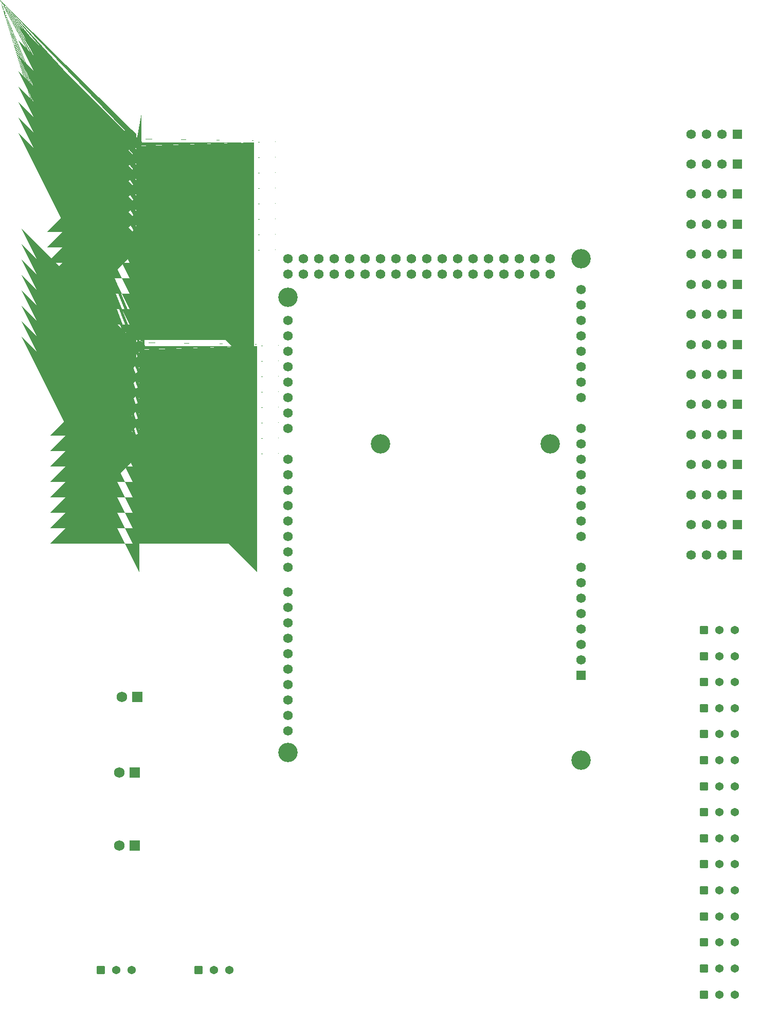
<source format=gbr>
%TF.GenerationSoftware,KiCad,Pcbnew,9.0.3*%
%TF.CreationDate,2025-08-21T13:00:16+03:00*%
%TF.ProjectId,Solar Cooling Project,536f6c61-7220-4436-9f6f-6c696e672050,rev?*%
%TF.SameCoordinates,Original*%
%TF.FileFunction,Soldermask,Top*%
%TF.FilePolarity,Negative*%
%FSLAX46Y46*%
G04 Gerber Fmt 4.6, Leading zero omitted, Abs format (unit mm)*
G04 Created by KiCad (PCBNEW 9.0.3) date 2025-08-21 13:00:16*
%MOMM*%
%LPD*%
G01*
G04 APERTURE LIST*
G04 Aperture macros list*
%AMRoundRect*
0 Rectangle with rounded corners*
0 $1 Rounding radius*
0 $2 $3 $4 $5 $6 $7 $8 $9 X,Y pos of 4 corners*
0 Add a 4 corners polygon primitive as box body*
4,1,4,$2,$3,$4,$5,$6,$7,$8,$9,$2,$3,0*
0 Add four circle primitives for the rounded corners*
1,1,$1+$1,$2,$3*
1,1,$1+$1,$4,$5*
1,1,$1+$1,$6,$7*
1,1,$1+$1,$8,$9*
0 Add four rect primitives between the rounded corners*
20,1,$1+$1,$2,$3,$4,$5,0*
20,1,$1+$1,$4,$5,$6,$7,0*
20,1,$1+$1,$6,$7,$8,$9,0*
20,1,$1+$1,$8,$9,$2,$3,0*%
%AMFreePoly0*
4,1,353,0.005411,0.866864,0.084411,0.862864,0.090139,0.862411,0.090698,0.862351,0.096374,0.861580,0.175374,0.848580,0.180107,0.847686,0.180552,0.847591,0.184900,0.846563,0.261900,0.826563,0.267741,0.824858,0.268308,0.824674,0.274041,0.822623,0.348041,0.793623,0.352389,0.791802,0.352826,0.791607,0.357389,0.789434,0.428389,0.753434,0.432954,0.750971,0.433394,0.750719,
0.437794,0.748050,0.504794,0.705050,0.509380,0.701927,0.509818,0.701611,0.514170,0.698290,0.576170,0.648290,0.580236,0.644832,0.580633,0.644476,0.584661,0.640661,0.640661,0.584661,0.644476,0.580633,0.644832,0.580236,0.648290,0.576170,0.698290,0.514170,0.701611,0.509818,0.701927,0.509380,0.705050,0.504794,0.748050,0.437794,0.750719,0.433394,0.750971,0.432954,
0.753434,0.428389,0.789434,0.357389,0.791607,0.352826,0.791802,0.352389,0.793623,0.348041,0.822623,0.274041,0.824674,0.268308,0.824858,0.267741,0.826563,0.261900,0.846563,0.184900,0.847591,0.180552,0.847686,0.180107,0.848580,0.175374,0.861580,0.096374,0.862351,0.090698,0.862411,0.090139,0.862864,0.084411,0.866864,0.005411,0.866988,0.001313,0.866992,0.000928,
0.866963,-0.002815,0.865963,-0.040815,0.865853,-0.043575,0.865839,-0.043837,0.865668,-0.046422,0.862668,-0.084422,0.862565,-0.085629,0.862552,-0.085772,0.862380,-0.087500,0.858380,-0.124500,0.857896,-0.128307,0.857842,-0.128676,0.857229,-0.132385,0.850229,-0.170385,0.849915,-0.172017,0.849879,-0.172196,0.849452,-0.174212,0.841452,-0.210212,0.840941,-0.212400,0.840887,-0.212620,
0.840294,-0.214918,0.830294,-0.251918,0.829363,-0.255150,0.829266,-0.255467,0.828216,-0.258703,0.816216,-0.293703,0.815252,-0.296392,0.815164,-0.296627,0.814347,-0.298739,0.800347,-0.333739,0.800114,-0.334315,0.800068,-0.334428,0.799349,-0.336150,0.784349,-0.371150,0.783044,-0.374066,0.782920,-0.374332,0.781704,-0.376852,0.764704,-0.410852,0.763007,-0.414099,0.762834,-0.414416,
0.761004,-0.417628,0.742004,-0.449628,0.741445,-0.450559,0.741386,-0.450656,0.740736,-0.451710,0.720736,-0.483710,0.719216,-0.486069,0.719054,-0.486313,0.717260,-0.488926,0.695260,-0.519926,0.693448,-0.522399,0.693287,-0.522612,0.691834,-0.524489,0.668834,-0.553489,0.667683,-0.554914,0.667553,-0.555072,0.666043,-0.556865,0.641043,-0.585865,0.639177,-0.587970,0.638992,-0.588173,
0.637075,-0.590219,0.611075,-0.617219,0.608995,-0.619318,0.608795,-0.619514,0.606808,-0.621409,0.578808,-0.647409,0.576721,-0.649294,0.576507,-0.649482,0.574220,-0.651432,0.545220,-0.675432,0.543572,-0.676768,0.514491,-0.699833,0.512612,-0.701287,0.512399,-0.701448,0.509926,-0.703260,0.478926,-0.725260,0.476313,-0.727054,0.476069,-0.727216,0.473710,-0.728736,0.441710,-0.748736,
0.438959,-0.750395,0.438703,-0.750544,0.436237,-0.751934,0.403237,-0.769934,0.400694,-0.771275,0.400429,-0.771410,0.397560,-0.772816,0.363560,-0.788816,0.362205,-0.789441,0.362046,-0.789513,0.360150,-0.790349,0.325150,-0.805349,0.323428,-0.806068,0.323315,-0.806114,0.322739,-0.806347,0.287739,-0.820347,0.283855,-0.821809,0.283459,-0.821949,0.279267,-0.823330,0.243267,-0.834330,
0.242113,-0.834675,0.241990,-0.834711,0.240638,-0.835097,0.204638,-0.845097,0.201662,-0.845875,0.201381,-0.845944,0.198613,-0.846583,0.172000,-0.852337,0.172000,-1.530000,0.164242,-1.569019,0.162778,-1.572555,0.121845,-1.620497,0.107555,-1.627778,0.104019,-1.629242,0.065000,-1.637000,-0.065000,-1.637000,-0.104019,-1.629242,-0.107555,-1.627778,-0.155497,-1.586845,-0.162778,-1.572555,
-0.164242,-1.569019,-0.172000,-1.530000,-0.172000,-0.852337,-0.198613,-0.846583,-0.201381,-0.845944,-0.201662,-0.845875,-0.204638,-0.845097,-0.240638,-0.835097,-0.241990,-0.834711,-0.242113,-0.834675,-0.243267,-0.834330,-0.279267,-0.823330,-0.283459,-0.821949,-0.283855,-0.821809,-0.287739,-0.820347,-0.322739,-0.806347,-0.323315,-0.806114,-0.323428,-0.806068,-0.325150,-0.805349,-0.360150,-0.790349,
-0.362046,-0.789513,-0.362205,-0.789441,-0.363560,-0.788816,-0.397560,-0.772816,-0.400429,-0.771410,-0.400694,-0.771275,-0.403237,-0.769934,-0.436237,-0.751934,-0.438703,-0.750544,-0.438959,-0.750395,-0.441710,-0.748736,-0.473710,-0.728736,-0.476069,-0.727216,-0.476313,-0.727054,-0.478926,-0.725260,-0.509926,-0.703260,-0.512399,-0.701448,-0.512612,-0.701287,-0.514491,-0.699833,-0.543572,-0.676768,
-0.545220,-0.675432,-0.574220,-0.651432,-0.576507,-0.649482,-0.576721,-0.649294,-0.578808,-0.647409,-0.606808,-0.621409,-0.608795,-0.619514,-0.608995,-0.619318,-0.611075,-0.617219,-0.637075,-0.590219,-0.638992,-0.588173,-0.639177,-0.587970,-0.641043,-0.585865,-0.666043,-0.556865,-0.667553,-0.555072,-0.667683,-0.554914,-0.668834,-0.553489,-0.691834,-0.524489,-0.693287,-0.522612,-0.693448,-0.522399,
-0.695260,-0.519926,-0.717260,-0.488926,-0.719054,-0.486313,-0.719216,-0.486069,-0.720736,-0.483710,-0.740736,-0.451710,-0.741386,-0.450656,-0.741445,-0.450559,-0.742004,-0.449628,-0.761004,-0.417628,-0.762834,-0.414416,-0.763007,-0.414099,-0.764704,-0.410852,-0.781704,-0.376852,-0.782920,-0.374332,-0.783044,-0.374066,-0.784349,-0.371150,-0.799349,-0.336150,-0.800068,-0.334428,-0.800114,-0.334315,
-0.800347,-0.333739,-0.814347,-0.298739,-0.815164,-0.296627,-0.815252,-0.296392,-0.816216,-0.293703,-0.828216,-0.258703,-0.829266,-0.255467,-0.829363,-0.255150,-0.830294,-0.251918,-0.840294,-0.214918,-0.840887,-0.212620,-0.840941,-0.212400,-0.841452,-0.210212,-0.849452,-0.174212,-0.849879,-0.172196,-0.849915,-0.172017,-0.850229,-0.170385,-0.857229,-0.132385,-0.857842,-0.128676,-0.857896,-0.128307,
-0.858380,-0.124500,-0.862380,-0.087500,-0.862552,-0.085772,-0.862565,-0.085629,-0.862668,-0.084422,-0.865668,-0.046422,-0.865839,-0.043837,-0.865853,-0.043575,-0.865963,-0.040815,-0.866963,-0.002815,-0.866992,0.000928,-0.866988,0.001313,-0.866864,0.005411,-0.862864,0.084411,-0.862411,0.090139,-0.862351,0.090698,-0.861580,0.096374,-0.848580,0.175374,-0.847686,0.180107,-0.847591,0.180552,
-0.846563,0.184900,-0.826563,0.261900,-0.824858,0.267741,-0.824674,0.268308,-0.822623,0.274041,-0.793623,0.348041,-0.791802,0.352389,-0.791607,0.352826,-0.789434,0.357389,-0.753434,0.428389,-0.750971,0.432954,-0.750719,0.433394,-0.748050,0.437794,-0.705050,0.504794,-0.701927,0.509380,-0.701611,0.509818,-0.698290,0.514170,-0.648290,0.576170,-0.644832,0.580236,-0.644476,0.580633,
-0.640661,0.584661,-0.584661,0.640661,-0.580633,0.644476,-0.580236,0.644832,-0.576170,0.648290,-0.514170,0.698290,-0.509818,0.701611,-0.509380,0.701927,-0.504794,0.705050,-0.437794,0.748050,-0.433394,0.750719,-0.432954,0.750971,-0.428389,0.753434,-0.357389,0.789434,-0.352826,0.791607,-0.352389,0.791802,-0.348041,0.793623,-0.274041,0.822623,-0.268308,0.824674,-0.267741,0.824858,
-0.261900,0.826563,-0.184900,0.846563,-0.180552,0.847591,-0.180107,0.847686,-0.175374,0.848580,-0.096374,0.861580,-0.090698,0.862351,-0.090139,0.862411,-0.084411,0.862864,-0.005411,0.866864,-0.000253,0.866994,0.000253,0.866994,0.005411,0.866864,0.005411,0.866864,$1*%
G04 Aperture macros list end*
%ADD10C,0.010000*%
%ADD11RoundRect,0.102000X-0.685000X-0.685000X0.685000X-0.685000X0.685000X0.685000X-0.685000X0.685000X0*%
%ADD12C,1.574000*%
%ADD13FreePoly0,270.000000*%
%ADD14RoundRect,0.102000X-0.581400X-0.581400X0.581400X-0.581400X0.581400X0.581400X-0.581400X0.581400X0*%
%ADD15C,1.366800*%
%ADD16RoundRect,0.102000X-0.765000X-0.765000X0.765000X-0.765000X0.765000X0.765000X-0.765000X0.765000X0*%
%ADD17C,1.734000*%
%ADD18C,3.200000*%
%ADD19C,1.562000*%
%ADD20RoundRect,0.102000X0.679000X-0.679000X0.679000X0.679000X-0.679000X0.679000X-0.679000X-0.679000X0*%
G04 APERTURE END LIST*
D10*
%TO.C,GPRS/GSMMODULE1*%
X48590000Y-62445000D02*
X48679000Y-62459000D01*
X48766000Y-62482000D01*
X48850000Y-62514000D01*
X48930000Y-62555000D01*
X49005000Y-62604000D01*
X49075000Y-62661000D01*
X49139000Y-62725000D01*
X49196000Y-62795000D01*
X49245000Y-62870000D01*
X49286000Y-62950000D01*
X49318000Y-63034000D01*
X49341000Y-63121000D01*
X49355000Y-63210000D01*
X49360000Y-63300000D01*
X49355000Y-63390000D01*
X49341000Y-63479000D01*
X49318000Y-63566000D01*
X49286000Y-63650000D01*
X49245000Y-63730000D01*
X49196000Y-63805000D01*
X49139000Y-63875000D01*
X49075000Y-63939000D01*
X49005000Y-63996000D01*
X48930000Y-64045000D01*
X48850000Y-64086000D01*
X48766000Y-64118000D01*
X48679000Y-64141000D01*
X48590000Y-64155000D01*
X48500000Y-64160000D01*
X48462000Y-64159000D01*
X48423000Y-64156000D01*
X48384000Y-64152000D01*
X48345000Y-64146000D01*
X48306000Y-64137000D01*
X48268000Y-64128000D01*
X48231000Y-64116000D01*
X48193000Y-64103000D01*
X48157000Y-64088000D01*
X48121000Y-64071000D01*
X48087000Y-64053000D01*
X48052000Y-64033000D01*
X48019000Y-64012000D01*
X47987000Y-63989000D01*
X47956000Y-63964000D01*
X47927000Y-63939000D01*
X47898000Y-63911000D01*
X47871000Y-63883000D01*
X47845000Y-63853000D01*
X47820000Y-63823000D01*
X47797000Y-63791000D01*
X47775000Y-63758000D01*
X47755000Y-63724000D01*
X47737000Y-63689000D01*
X47720000Y-63654000D01*
X47704000Y-63618000D01*
X47691000Y-63581000D01*
X47679000Y-63543000D01*
X47669000Y-63505000D01*
X47660000Y-63465000D01*
X46870000Y-63465000D01*
X46870000Y-63135000D01*
X47660000Y-63135000D01*
X47669000Y-63095000D01*
X47679000Y-63057000D01*
X47691000Y-63019000D01*
X47704000Y-62982000D01*
X47720000Y-62946000D01*
X47737000Y-62911000D01*
X47755000Y-62876000D01*
X47775000Y-62842000D01*
X47797000Y-62809000D01*
X47820000Y-62777000D01*
X47845000Y-62747000D01*
X47871000Y-62717000D01*
X47898000Y-62689000D01*
X47927000Y-62661000D01*
X47956000Y-62636000D01*
X47987000Y-62611000D01*
X48019000Y-62588000D01*
X48052000Y-62567000D01*
X48087000Y-62547000D01*
X48121000Y-62529000D01*
X48157000Y-62512000D01*
X48193000Y-62497000D01*
X48231000Y-62484000D01*
X48268000Y-62472000D01*
X48306000Y-62463000D01*
X48345000Y-62454000D01*
X48384000Y-62448000D01*
X48423000Y-62444000D01*
X48462000Y-62441000D01*
X48500000Y-62440000D01*
X48590000Y-62445000D01*
G36*
X48590000Y-62445000D02*
G01*
X48679000Y-62459000D01*
X48766000Y-62482000D01*
X48850000Y-62514000D01*
X48930000Y-62555000D01*
X49005000Y-62604000D01*
X49075000Y-62661000D01*
X49139000Y-62725000D01*
X49196000Y-62795000D01*
X49245000Y-62870000D01*
X49286000Y-62950000D01*
X49318000Y-63034000D01*
X49341000Y-63121000D01*
X49355000Y-63210000D01*
X49360000Y-63300000D01*
X49355000Y-63390000D01*
X49341000Y-63479000D01*
X49318000Y-63566000D01*
X49286000Y-63650000D01*
X49245000Y-63730000D01*
X49196000Y-63805000D01*
X49139000Y-63875000D01*
X49075000Y-63939000D01*
X49005000Y-63996000D01*
X48930000Y-64045000D01*
X48850000Y-64086000D01*
X48766000Y-64118000D01*
X48679000Y-64141000D01*
X48590000Y-64155000D01*
X48500000Y-64160000D01*
X48462000Y-64159000D01*
X48423000Y-64156000D01*
X48384000Y-64152000D01*
X48345000Y-64146000D01*
X48306000Y-64137000D01*
X48268000Y-64128000D01*
X48231000Y-64116000D01*
X48193000Y-64103000D01*
X48157000Y-64088000D01*
X48121000Y-64071000D01*
X48087000Y-64053000D01*
X48052000Y-64033000D01*
X48019000Y-64012000D01*
X47987000Y-63989000D01*
X47956000Y-63964000D01*
X47927000Y-63939000D01*
X47898000Y-63911000D01*
X47871000Y-63883000D01*
X47845000Y-63853000D01*
X47820000Y-63823000D01*
X47797000Y-63791000D01*
X47775000Y-63758000D01*
X47755000Y-63724000D01*
X47737000Y-63689000D01*
X47720000Y-63654000D01*
X47704000Y-63618000D01*
X47691000Y-63581000D01*
X47679000Y-63543000D01*
X47669000Y-63505000D01*
X47660000Y-63465000D01*
X46870000Y-63465000D01*
X46870000Y-63135000D01*
X47660000Y-63135000D01*
X47669000Y-63095000D01*
X47679000Y-63057000D01*
X47691000Y-63019000D01*
X47704000Y-62982000D01*
X47720000Y-62946000D01*
X47737000Y-62911000D01*
X47755000Y-62876000D01*
X47775000Y-62842000D01*
X47797000Y-62809000D01*
X47820000Y-62777000D01*
X47845000Y-62747000D01*
X47871000Y-62717000D01*
X47898000Y-62689000D01*
X47927000Y-62661000D01*
X47956000Y-62636000D01*
X47987000Y-62611000D01*
X48019000Y-62588000D01*
X48052000Y-62567000D01*
X48087000Y-62547000D01*
X48121000Y-62529000D01*
X48157000Y-62512000D01*
X48193000Y-62497000D01*
X48231000Y-62484000D01*
X48268000Y-62472000D01*
X48306000Y-62463000D01*
X48345000Y-62454000D01*
X48384000Y-62448000D01*
X48423000Y-62444000D01*
X48462000Y-62441000D01*
X48500000Y-62440000D01*
X48590000Y-62445000D01*
G37*
X48590000Y-64985000D02*
X48679000Y-64999000D01*
X48766000Y-65022000D01*
X48850000Y-65054000D01*
X48930000Y-65095000D01*
X49005000Y-65144000D01*
X49075000Y-65201000D01*
X49139000Y-65265000D01*
X49196000Y-65335000D01*
X49245000Y-65410000D01*
X49286000Y-65490000D01*
X49318000Y-65574000D01*
X49341000Y-65661000D01*
X49355000Y-65750000D01*
X49360000Y-65840000D01*
X49355000Y-65930000D01*
X49341000Y-66019000D01*
X49318000Y-66106000D01*
X49286000Y-66190000D01*
X49245000Y-66270000D01*
X49196000Y-66345000D01*
X49139000Y-66415000D01*
X49075000Y-66479000D01*
X49005000Y-66536000D01*
X48930000Y-66585000D01*
X48850000Y-66626000D01*
X48766000Y-66658000D01*
X48679000Y-66681000D01*
X48590000Y-66695000D01*
X48500000Y-66700000D01*
X48462000Y-66699000D01*
X48423000Y-66696000D01*
X48384000Y-66692000D01*
X48345000Y-66686000D01*
X48306000Y-66677000D01*
X48268000Y-66668000D01*
X48231000Y-66656000D01*
X48193000Y-66643000D01*
X48157000Y-66628000D01*
X48121000Y-66611000D01*
X48087000Y-66593000D01*
X48052000Y-66573000D01*
X48019000Y-66552000D01*
X47987000Y-66529000D01*
X47956000Y-66504000D01*
X47927000Y-66479000D01*
X47898000Y-66451000D01*
X47871000Y-66423000D01*
X47845000Y-66393000D01*
X47820000Y-66363000D01*
X47797000Y-66331000D01*
X47775000Y-66298000D01*
X47755000Y-66264000D01*
X47737000Y-66229000D01*
X47720000Y-66194000D01*
X47704000Y-66158000D01*
X47691000Y-66121000D01*
X47679000Y-66083000D01*
X47669000Y-66045000D01*
X47660000Y-66005000D01*
X46870000Y-66005000D01*
X46870000Y-65675000D01*
X47660000Y-65675000D01*
X47669000Y-65635000D01*
X47679000Y-65597000D01*
X47691000Y-65559000D01*
X47704000Y-65522000D01*
X47720000Y-65486000D01*
X47737000Y-65451000D01*
X47755000Y-65416000D01*
X47775000Y-65382000D01*
X47797000Y-65349000D01*
X47820000Y-65317000D01*
X47845000Y-65287000D01*
X47871000Y-65257000D01*
X47898000Y-65229000D01*
X47927000Y-65201000D01*
X47956000Y-65176000D01*
X47987000Y-65151000D01*
X48019000Y-65128000D01*
X48052000Y-65107000D01*
X48087000Y-65087000D01*
X48121000Y-65069000D01*
X48157000Y-65052000D01*
X48193000Y-65037000D01*
X48231000Y-65024000D01*
X48268000Y-65012000D01*
X48306000Y-65003000D01*
X48345000Y-64994000D01*
X48384000Y-64988000D01*
X48423000Y-64984000D01*
X48462000Y-64981000D01*
X48500000Y-64980000D01*
X48590000Y-64985000D01*
G36*
X48590000Y-64985000D02*
G01*
X48679000Y-64999000D01*
X48766000Y-65022000D01*
X48850000Y-65054000D01*
X48930000Y-65095000D01*
X49005000Y-65144000D01*
X49075000Y-65201000D01*
X49139000Y-65265000D01*
X49196000Y-65335000D01*
X49245000Y-65410000D01*
X49286000Y-65490000D01*
X49318000Y-65574000D01*
X49341000Y-65661000D01*
X49355000Y-65750000D01*
X49360000Y-65840000D01*
X49355000Y-65930000D01*
X49341000Y-66019000D01*
X49318000Y-66106000D01*
X49286000Y-66190000D01*
X49245000Y-66270000D01*
X49196000Y-66345000D01*
X49139000Y-66415000D01*
X49075000Y-66479000D01*
X49005000Y-66536000D01*
X48930000Y-66585000D01*
X48850000Y-66626000D01*
X48766000Y-66658000D01*
X48679000Y-66681000D01*
X48590000Y-66695000D01*
X48500000Y-66700000D01*
X48462000Y-66699000D01*
X48423000Y-66696000D01*
X48384000Y-66692000D01*
X48345000Y-66686000D01*
X48306000Y-66677000D01*
X48268000Y-66668000D01*
X48231000Y-66656000D01*
X48193000Y-66643000D01*
X48157000Y-66628000D01*
X48121000Y-66611000D01*
X48087000Y-66593000D01*
X48052000Y-66573000D01*
X48019000Y-66552000D01*
X47987000Y-66529000D01*
X47956000Y-66504000D01*
X47927000Y-66479000D01*
X47898000Y-66451000D01*
X47871000Y-66423000D01*
X47845000Y-66393000D01*
X47820000Y-66363000D01*
X47797000Y-66331000D01*
X47775000Y-66298000D01*
X47755000Y-66264000D01*
X47737000Y-66229000D01*
X47720000Y-66194000D01*
X47704000Y-66158000D01*
X47691000Y-66121000D01*
X47679000Y-66083000D01*
X47669000Y-66045000D01*
X47660000Y-66005000D01*
X46870000Y-66005000D01*
X46870000Y-65675000D01*
X47660000Y-65675000D01*
X47669000Y-65635000D01*
X47679000Y-65597000D01*
X47691000Y-65559000D01*
X47704000Y-65522000D01*
X47720000Y-65486000D01*
X47737000Y-65451000D01*
X47755000Y-65416000D01*
X47775000Y-65382000D01*
X47797000Y-65349000D01*
X47820000Y-65317000D01*
X47845000Y-65287000D01*
X47871000Y-65257000D01*
X47898000Y-65229000D01*
X47927000Y-65201000D01*
X47956000Y-65176000D01*
X47987000Y-65151000D01*
X48019000Y-65128000D01*
X48052000Y-65107000D01*
X48087000Y-65087000D01*
X48121000Y-65069000D01*
X48157000Y-65052000D01*
X48193000Y-65037000D01*
X48231000Y-65024000D01*
X48268000Y-65012000D01*
X48306000Y-65003000D01*
X48345000Y-64994000D01*
X48384000Y-64988000D01*
X48423000Y-64984000D01*
X48462000Y-64981000D01*
X48500000Y-64980000D01*
X48590000Y-64985000D01*
G37*
X48590000Y-67525000D02*
X48679000Y-67539000D01*
X48766000Y-67562000D01*
X48850000Y-67594000D01*
X48930000Y-67635000D01*
X49005000Y-67684000D01*
X49075000Y-67741000D01*
X49139000Y-67805000D01*
X49196000Y-67875000D01*
X49245000Y-67950000D01*
X49286000Y-68030000D01*
X49318000Y-68114000D01*
X49341000Y-68201000D01*
X49355000Y-68290000D01*
X49360000Y-68380000D01*
X49355000Y-68470000D01*
X49341000Y-68559000D01*
X49318000Y-68646000D01*
X49286000Y-68730000D01*
X49245000Y-68810000D01*
X49196000Y-68885000D01*
X49139000Y-68955000D01*
X49075000Y-69019000D01*
X49005000Y-69076000D01*
X48930000Y-69125000D01*
X48850000Y-69166000D01*
X48766000Y-69198000D01*
X48679000Y-69221000D01*
X48590000Y-69235000D01*
X48500000Y-69240000D01*
X48462000Y-69239000D01*
X48423000Y-69236000D01*
X48384000Y-69232000D01*
X48345000Y-69226000D01*
X48306000Y-69217000D01*
X48268000Y-69208000D01*
X48231000Y-69196000D01*
X48193000Y-69183000D01*
X48157000Y-69168000D01*
X48121000Y-69151000D01*
X48087000Y-69133000D01*
X48052000Y-69113000D01*
X48019000Y-69092000D01*
X47987000Y-69069000D01*
X47956000Y-69044000D01*
X47927000Y-69019000D01*
X47898000Y-68991000D01*
X47871000Y-68963000D01*
X47845000Y-68933000D01*
X47820000Y-68903000D01*
X47797000Y-68871000D01*
X47775000Y-68838000D01*
X47755000Y-68804000D01*
X47737000Y-68769000D01*
X47720000Y-68734000D01*
X47704000Y-68698000D01*
X47691000Y-68661000D01*
X47679000Y-68623000D01*
X47669000Y-68585000D01*
X47660000Y-68545000D01*
X46870000Y-68545000D01*
X46870000Y-68215000D01*
X47660000Y-68215000D01*
X47669000Y-68175000D01*
X47679000Y-68137000D01*
X47691000Y-68099000D01*
X47704000Y-68062000D01*
X47720000Y-68026000D01*
X47737000Y-67991000D01*
X47755000Y-67956000D01*
X47775000Y-67922000D01*
X47797000Y-67889000D01*
X47820000Y-67857000D01*
X47845000Y-67827000D01*
X47871000Y-67797000D01*
X47898000Y-67769000D01*
X47927000Y-67741000D01*
X47956000Y-67716000D01*
X47987000Y-67691000D01*
X48019000Y-67668000D01*
X48052000Y-67647000D01*
X48087000Y-67627000D01*
X48121000Y-67609000D01*
X48157000Y-67592000D01*
X48193000Y-67577000D01*
X48231000Y-67564000D01*
X48268000Y-67552000D01*
X48306000Y-67543000D01*
X48345000Y-67534000D01*
X48384000Y-67528000D01*
X48423000Y-67524000D01*
X48462000Y-67521000D01*
X48500000Y-67520000D01*
X48590000Y-67525000D01*
G36*
X48590000Y-67525000D02*
G01*
X48679000Y-67539000D01*
X48766000Y-67562000D01*
X48850000Y-67594000D01*
X48930000Y-67635000D01*
X49005000Y-67684000D01*
X49075000Y-67741000D01*
X49139000Y-67805000D01*
X49196000Y-67875000D01*
X49245000Y-67950000D01*
X49286000Y-68030000D01*
X49318000Y-68114000D01*
X49341000Y-68201000D01*
X49355000Y-68290000D01*
X49360000Y-68380000D01*
X49355000Y-68470000D01*
X49341000Y-68559000D01*
X49318000Y-68646000D01*
X49286000Y-68730000D01*
X49245000Y-68810000D01*
X49196000Y-68885000D01*
X49139000Y-68955000D01*
X49075000Y-69019000D01*
X49005000Y-69076000D01*
X48930000Y-69125000D01*
X48850000Y-69166000D01*
X48766000Y-69198000D01*
X48679000Y-69221000D01*
X48590000Y-69235000D01*
X48500000Y-69240000D01*
X48462000Y-69239000D01*
X48423000Y-69236000D01*
X48384000Y-69232000D01*
X48345000Y-69226000D01*
X48306000Y-69217000D01*
X48268000Y-69208000D01*
X48231000Y-69196000D01*
X48193000Y-69183000D01*
X48157000Y-69168000D01*
X48121000Y-69151000D01*
X48087000Y-69133000D01*
X48052000Y-69113000D01*
X48019000Y-69092000D01*
X47987000Y-69069000D01*
X47956000Y-69044000D01*
X47927000Y-69019000D01*
X47898000Y-68991000D01*
X47871000Y-68963000D01*
X47845000Y-68933000D01*
X47820000Y-68903000D01*
X47797000Y-68871000D01*
X47775000Y-68838000D01*
X47755000Y-68804000D01*
X47737000Y-68769000D01*
X47720000Y-68734000D01*
X47704000Y-68698000D01*
X47691000Y-68661000D01*
X47679000Y-68623000D01*
X47669000Y-68585000D01*
X47660000Y-68545000D01*
X46870000Y-68545000D01*
X46870000Y-68215000D01*
X47660000Y-68215000D01*
X47669000Y-68175000D01*
X47679000Y-68137000D01*
X47691000Y-68099000D01*
X47704000Y-68062000D01*
X47720000Y-68026000D01*
X47737000Y-67991000D01*
X47755000Y-67956000D01*
X47775000Y-67922000D01*
X47797000Y-67889000D01*
X47820000Y-67857000D01*
X47845000Y-67827000D01*
X47871000Y-67797000D01*
X47898000Y-67769000D01*
X47927000Y-67741000D01*
X47956000Y-67716000D01*
X47987000Y-67691000D01*
X48019000Y-67668000D01*
X48052000Y-67647000D01*
X48087000Y-67627000D01*
X48121000Y-67609000D01*
X48157000Y-67592000D01*
X48193000Y-67577000D01*
X48231000Y-67564000D01*
X48268000Y-67552000D01*
X48306000Y-67543000D01*
X48345000Y-67534000D01*
X48384000Y-67528000D01*
X48423000Y-67524000D01*
X48462000Y-67521000D01*
X48500000Y-67520000D01*
X48590000Y-67525000D01*
G37*
X48590000Y-70065000D02*
X48679000Y-70079000D01*
X48766000Y-70102000D01*
X48850000Y-70134000D01*
X48930000Y-70175000D01*
X49005000Y-70224000D01*
X49075000Y-70281000D01*
X49139000Y-70345000D01*
X49196000Y-70415000D01*
X49245000Y-70490000D01*
X49286000Y-70570000D01*
X49318000Y-70654000D01*
X49341000Y-70741000D01*
X49355000Y-70830000D01*
X49360000Y-70920000D01*
X49355000Y-71010000D01*
X49341000Y-71099000D01*
X49318000Y-71186000D01*
X49286000Y-71270000D01*
X49245000Y-71350000D01*
X49196000Y-71425000D01*
X49139000Y-71495000D01*
X49075000Y-71559000D01*
X49005000Y-71616000D01*
X48930000Y-71665000D01*
X48850000Y-71706000D01*
X48766000Y-71738000D01*
X48679000Y-71761000D01*
X48590000Y-71775000D01*
X48500000Y-71780000D01*
X48462000Y-71779000D01*
X48423000Y-71776000D01*
X48384000Y-71772000D01*
X48345000Y-71766000D01*
X48306000Y-71757000D01*
X48268000Y-71748000D01*
X48231000Y-71736000D01*
X48193000Y-71723000D01*
X48157000Y-71708000D01*
X48121000Y-71691000D01*
X48087000Y-71673000D01*
X48052000Y-71653000D01*
X48019000Y-71632000D01*
X47987000Y-71609000D01*
X47956000Y-71584000D01*
X47927000Y-71559000D01*
X47898000Y-71531000D01*
X47871000Y-71503000D01*
X47845000Y-71473000D01*
X47820000Y-71443000D01*
X47797000Y-71411000D01*
X47775000Y-71378000D01*
X47755000Y-71344000D01*
X47737000Y-71309000D01*
X47720000Y-71274000D01*
X47704000Y-71238000D01*
X47691000Y-71201000D01*
X47679000Y-71163000D01*
X47669000Y-71125000D01*
X47660000Y-71085000D01*
X46870000Y-71085000D01*
X46870000Y-70755000D01*
X47660000Y-70755000D01*
X47669000Y-70715000D01*
X47679000Y-70677000D01*
X47691000Y-70639000D01*
X47704000Y-70602000D01*
X47720000Y-70566000D01*
X47737000Y-70531000D01*
X47755000Y-70496000D01*
X47775000Y-70462000D01*
X47797000Y-70429000D01*
X47820000Y-70397000D01*
X47845000Y-70367000D01*
X47871000Y-70337000D01*
X47898000Y-70309000D01*
X47927000Y-70281000D01*
X47956000Y-70256000D01*
X47987000Y-70231000D01*
X48019000Y-70208000D01*
X48052000Y-70187000D01*
X48087000Y-70167000D01*
X48121000Y-70149000D01*
X48157000Y-70132000D01*
X48193000Y-70117000D01*
X48231000Y-70104000D01*
X48268000Y-70092000D01*
X48306000Y-70083000D01*
X48345000Y-70074000D01*
X48384000Y-70068000D01*
X48423000Y-70064000D01*
X48462000Y-70061000D01*
X48500000Y-70060000D01*
X48590000Y-70065000D01*
G36*
X48590000Y-70065000D02*
G01*
X48679000Y-70079000D01*
X48766000Y-70102000D01*
X48850000Y-70134000D01*
X48930000Y-70175000D01*
X49005000Y-70224000D01*
X49075000Y-70281000D01*
X49139000Y-70345000D01*
X49196000Y-70415000D01*
X49245000Y-70490000D01*
X49286000Y-70570000D01*
X49318000Y-70654000D01*
X49341000Y-70741000D01*
X49355000Y-70830000D01*
X49360000Y-70920000D01*
X49355000Y-71010000D01*
X49341000Y-71099000D01*
X49318000Y-71186000D01*
X49286000Y-71270000D01*
X49245000Y-71350000D01*
X49196000Y-71425000D01*
X49139000Y-71495000D01*
X49075000Y-71559000D01*
X49005000Y-71616000D01*
X48930000Y-71665000D01*
X48850000Y-71706000D01*
X48766000Y-71738000D01*
X48679000Y-71761000D01*
X48590000Y-71775000D01*
X48500000Y-71780000D01*
X48462000Y-71779000D01*
X48423000Y-71776000D01*
X48384000Y-71772000D01*
X48345000Y-71766000D01*
X48306000Y-71757000D01*
X48268000Y-71748000D01*
X48231000Y-71736000D01*
X48193000Y-71723000D01*
X48157000Y-71708000D01*
X48121000Y-71691000D01*
X48087000Y-71673000D01*
X48052000Y-71653000D01*
X48019000Y-71632000D01*
X47987000Y-71609000D01*
X47956000Y-71584000D01*
X47927000Y-71559000D01*
X47898000Y-71531000D01*
X47871000Y-71503000D01*
X47845000Y-71473000D01*
X47820000Y-71443000D01*
X47797000Y-71411000D01*
X47775000Y-71378000D01*
X47755000Y-71344000D01*
X47737000Y-71309000D01*
X47720000Y-71274000D01*
X47704000Y-71238000D01*
X47691000Y-71201000D01*
X47679000Y-71163000D01*
X47669000Y-71125000D01*
X47660000Y-71085000D01*
X46870000Y-71085000D01*
X46870000Y-70755000D01*
X47660000Y-70755000D01*
X47669000Y-70715000D01*
X47679000Y-70677000D01*
X47691000Y-70639000D01*
X47704000Y-70602000D01*
X47720000Y-70566000D01*
X47737000Y-70531000D01*
X47755000Y-70496000D01*
X47775000Y-70462000D01*
X47797000Y-70429000D01*
X47820000Y-70397000D01*
X47845000Y-70367000D01*
X47871000Y-70337000D01*
X47898000Y-70309000D01*
X47927000Y-70281000D01*
X47956000Y-70256000D01*
X47987000Y-70231000D01*
X48019000Y-70208000D01*
X48052000Y-70187000D01*
X48087000Y-70167000D01*
X48121000Y-70149000D01*
X48157000Y-70132000D01*
X48193000Y-70117000D01*
X48231000Y-70104000D01*
X48268000Y-70092000D01*
X48306000Y-70083000D01*
X48345000Y-70074000D01*
X48384000Y-70068000D01*
X48423000Y-70064000D01*
X48462000Y-70061000D01*
X48500000Y-70060000D01*
X48590000Y-70065000D01*
G37*
X48590000Y-72605000D02*
X48679000Y-72619000D01*
X48766000Y-72642000D01*
X48850000Y-72674000D01*
X48930000Y-72715000D01*
X49005000Y-72764000D01*
X49075000Y-72821000D01*
X49139000Y-72885000D01*
X49196000Y-72955000D01*
X49245000Y-73030000D01*
X49286000Y-73110000D01*
X49318000Y-73194000D01*
X49341000Y-73281000D01*
X49355000Y-73370000D01*
X49360000Y-73460000D01*
X49355000Y-73550000D01*
X49341000Y-73639000D01*
X49318000Y-73726000D01*
X49286000Y-73810000D01*
X49245000Y-73890000D01*
X49196000Y-73965000D01*
X49139000Y-74035000D01*
X49075000Y-74099000D01*
X49005000Y-74156000D01*
X48930000Y-74205000D01*
X48850000Y-74246000D01*
X48766000Y-74278000D01*
X48679000Y-74301000D01*
X48590000Y-74315000D01*
X48500000Y-74320000D01*
X48462000Y-74319000D01*
X48423000Y-74316000D01*
X48384000Y-74312000D01*
X48345000Y-74306000D01*
X48306000Y-74297000D01*
X48268000Y-74288000D01*
X48231000Y-74276000D01*
X48193000Y-74263000D01*
X48157000Y-74248000D01*
X48121000Y-74231000D01*
X48087000Y-74213000D01*
X48052000Y-74193000D01*
X48019000Y-74172000D01*
X47987000Y-74149000D01*
X47956000Y-74124000D01*
X47927000Y-74099000D01*
X47898000Y-74071000D01*
X47871000Y-74043000D01*
X47845000Y-74013000D01*
X47820000Y-73983000D01*
X47797000Y-73951000D01*
X47775000Y-73918000D01*
X47755000Y-73884000D01*
X47737000Y-73849000D01*
X47720000Y-73814000D01*
X47704000Y-73778000D01*
X47691000Y-73741000D01*
X47679000Y-73703000D01*
X47669000Y-73665000D01*
X47660000Y-73625000D01*
X46870000Y-73625000D01*
X46870000Y-73295000D01*
X47660000Y-73295000D01*
X47669000Y-73255000D01*
X47679000Y-73217000D01*
X47691000Y-73179000D01*
X47704000Y-73142000D01*
X47720000Y-73106000D01*
X47737000Y-73071000D01*
X47755000Y-73036000D01*
X47775000Y-73002000D01*
X47797000Y-72969000D01*
X47820000Y-72937000D01*
X47845000Y-72907000D01*
X47871000Y-72877000D01*
X47898000Y-72849000D01*
X47927000Y-72821000D01*
X47956000Y-72796000D01*
X47987000Y-72771000D01*
X48019000Y-72748000D01*
X48052000Y-72727000D01*
X48087000Y-72707000D01*
X48121000Y-72689000D01*
X48157000Y-72672000D01*
X48193000Y-72657000D01*
X48231000Y-72644000D01*
X48268000Y-72632000D01*
X48306000Y-72623000D01*
X48345000Y-72614000D01*
X48384000Y-72608000D01*
X48423000Y-72604000D01*
X48462000Y-72601000D01*
X48500000Y-72600000D01*
X48590000Y-72605000D01*
G36*
X48590000Y-72605000D02*
G01*
X48679000Y-72619000D01*
X48766000Y-72642000D01*
X48850000Y-72674000D01*
X48930000Y-72715000D01*
X49005000Y-72764000D01*
X49075000Y-72821000D01*
X49139000Y-72885000D01*
X49196000Y-72955000D01*
X49245000Y-73030000D01*
X49286000Y-73110000D01*
X49318000Y-73194000D01*
X49341000Y-73281000D01*
X49355000Y-73370000D01*
X49360000Y-73460000D01*
X49355000Y-73550000D01*
X49341000Y-73639000D01*
X49318000Y-73726000D01*
X49286000Y-73810000D01*
X49245000Y-73890000D01*
X49196000Y-73965000D01*
X49139000Y-74035000D01*
X49075000Y-74099000D01*
X49005000Y-74156000D01*
X48930000Y-74205000D01*
X48850000Y-74246000D01*
X48766000Y-74278000D01*
X48679000Y-74301000D01*
X48590000Y-74315000D01*
X48500000Y-74320000D01*
X48462000Y-74319000D01*
X48423000Y-74316000D01*
X48384000Y-74312000D01*
X48345000Y-74306000D01*
X48306000Y-74297000D01*
X48268000Y-74288000D01*
X48231000Y-74276000D01*
X48193000Y-74263000D01*
X48157000Y-74248000D01*
X48121000Y-74231000D01*
X48087000Y-74213000D01*
X48052000Y-74193000D01*
X48019000Y-74172000D01*
X47987000Y-74149000D01*
X47956000Y-74124000D01*
X47927000Y-74099000D01*
X47898000Y-74071000D01*
X47871000Y-74043000D01*
X47845000Y-74013000D01*
X47820000Y-73983000D01*
X47797000Y-73951000D01*
X47775000Y-73918000D01*
X47755000Y-73884000D01*
X47737000Y-73849000D01*
X47720000Y-73814000D01*
X47704000Y-73778000D01*
X47691000Y-73741000D01*
X47679000Y-73703000D01*
X47669000Y-73665000D01*
X47660000Y-73625000D01*
X46870000Y-73625000D01*
X46870000Y-73295000D01*
X47660000Y-73295000D01*
X47669000Y-73255000D01*
X47679000Y-73217000D01*
X47691000Y-73179000D01*
X47704000Y-73142000D01*
X47720000Y-73106000D01*
X47737000Y-73071000D01*
X47755000Y-73036000D01*
X47775000Y-73002000D01*
X47797000Y-72969000D01*
X47820000Y-72937000D01*
X47845000Y-72907000D01*
X47871000Y-72877000D01*
X47898000Y-72849000D01*
X47927000Y-72821000D01*
X47956000Y-72796000D01*
X47987000Y-72771000D01*
X48019000Y-72748000D01*
X48052000Y-72727000D01*
X48087000Y-72707000D01*
X48121000Y-72689000D01*
X48157000Y-72672000D01*
X48193000Y-72657000D01*
X48231000Y-72644000D01*
X48268000Y-72632000D01*
X48306000Y-72623000D01*
X48345000Y-72614000D01*
X48384000Y-72608000D01*
X48423000Y-72604000D01*
X48462000Y-72601000D01*
X48500000Y-72600000D01*
X48590000Y-72605000D01*
G37*
X48590000Y-75145000D02*
X48679000Y-75159000D01*
X48766000Y-75182000D01*
X48850000Y-75214000D01*
X48930000Y-75255000D01*
X49005000Y-75304000D01*
X49075000Y-75361000D01*
X49139000Y-75425000D01*
X49196000Y-75495000D01*
X49245000Y-75570000D01*
X49286000Y-75650000D01*
X49318000Y-75734000D01*
X49341000Y-75821000D01*
X49355000Y-75910000D01*
X49360000Y-76000000D01*
X49355000Y-76090000D01*
X49341000Y-76179000D01*
X49318000Y-76266000D01*
X49286000Y-76350000D01*
X49245000Y-76430000D01*
X49196000Y-76505000D01*
X49139000Y-76575000D01*
X49075000Y-76639000D01*
X49005000Y-76696000D01*
X48930000Y-76745000D01*
X48850000Y-76786000D01*
X48766000Y-76818000D01*
X48679000Y-76841000D01*
X48590000Y-76855000D01*
X48500000Y-76860000D01*
X48462000Y-76859000D01*
X48423000Y-76856000D01*
X48384000Y-76852000D01*
X48345000Y-76846000D01*
X48306000Y-76837000D01*
X48268000Y-76828000D01*
X48231000Y-76816000D01*
X48193000Y-76803000D01*
X48157000Y-76788000D01*
X48121000Y-76771000D01*
X48087000Y-76753000D01*
X48052000Y-76733000D01*
X48019000Y-76712000D01*
X47987000Y-76689000D01*
X47956000Y-76664000D01*
X47927000Y-76639000D01*
X47898000Y-76611000D01*
X47871000Y-76583000D01*
X47845000Y-76553000D01*
X47820000Y-76523000D01*
X47797000Y-76491000D01*
X47775000Y-76458000D01*
X47755000Y-76424000D01*
X47737000Y-76389000D01*
X47720000Y-76354000D01*
X47704000Y-76318000D01*
X47691000Y-76281000D01*
X47679000Y-76243000D01*
X47669000Y-76205000D01*
X47660000Y-76165000D01*
X46870000Y-76165000D01*
X46870000Y-75835000D01*
X47660000Y-75835000D01*
X47669000Y-75795000D01*
X47679000Y-75757000D01*
X47691000Y-75719000D01*
X47704000Y-75682000D01*
X47720000Y-75646000D01*
X47737000Y-75611000D01*
X47755000Y-75576000D01*
X47775000Y-75542000D01*
X47797000Y-75509000D01*
X47820000Y-75477000D01*
X47845000Y-75447000D01*
X47871000Y-75417000D01*
X47898000Y-75389000D01*
X47927000Y-75361000D01*
X47956000Y-75336000D01*
X47987000Y-75311000D01*
X48019000Y-75288000D01*
X48052000Y-75267000D01*
X48087000Y-75247000D01*
X48121000Y-75229000D01*
X48157000Y-75212000D01*
X48193000Y-75197000D01*
X48231000Y-75184000D01*
X48268000Y-75172000D01*
X48306000Y-75163000D01*
X48345000Y-75154000D01*
X48384000Y-75148000D01*
X48423000Y-75144000D01*
X48462000Y-75141000D01*
X48500000Y-75140000D01*
X48590000Y-75145000D01*
G36*
X48590000Y-75145000D02*
G01*
X48679000Y-75159000D01*
X48766000Y-75182000D01*
X48850000Y-75214000D01*
X48930000Y-75255000D01*
X49005000Y-75304000D01*
X49075000Y-75361000D01*
X49139000Y-75425000D01*
X49196000Y-75495000D01*
X49245000Y-75570000D01*
X49286000Y-75650000D01*
X49318000Y-75734000D01*
X49341000Y-75821000D01*
X49355000Y-75910000D01*
X49360000Y-76000000D01*
X49355000Y-76090000D01*
X49341000Y-76179000D01*
X49318000Y-76266000D01*
X49286000Y-76350000D01*
X49245000Y-76430000D01*
X49196000Y-76505000D01*
X49139000Y-76575000D01*
X49075000Y-76639000D01*
X49005000Y-76696000D01*
X48930000Y-76745000D01*
X48850000Y-76786000D01*
X48766000Y-76818000D01*
X48679000Y-76841000D01*
X48590000Y-76855000D01*
X48500000Y-76860000D01*
X48462000Y-76859000D01*
X48423000Y-76856000D01*
X48384000Y-76852000D01*
X48345000Y-76846000D01*
X48306000Y-76837000D01*
X48268000Y-76828000D01*
X48231000Y-76816000D01*
X48193000Y-76803000D01*
X48157000Y-76788000D01*
X48121000Y-76771000D01*
X48087000Y-76753000D01*
X48052000Y-76733000D01*
X48019000Y-76712000D01*
X47987000Y-76689000D01*
X47956000Y-76664000D01*
X47927000Y-76639000D01*
X47898000Y-76611000D01*
X47871000Y-76583000D01*
X47845000Y-76553000D01*
X47820000Y-76523000D01*
X47797000Y-76491000D01*
X47775000Y-76458000D01*
X47755000Y-76424000D01*
X47737000Y-76389000D01*
X47720000Y-76354000D01*
X47704000Y-76318000D01*
X47691000Y-76281000D01*
X47679000Y-76243000D01*
X47669000Y-76205000D01*
X47660000Y-76165000D01*
X46870000Y-76165000D01*
X46870000Y-75835000D01*
X47660000Y-75835000D01*
X47669000Y-75795000D01*
X47679000Y-75757000D01*
X47691000Y-75719000D01*
X47704000Y-75682000D01*
X47720000Y-75646000D01*
X47737000Y-75611000D01*
X47755000Y-75576000D01*
X47775000Y-75542000D01*
X47797000Y-75509000D01*
X47820000Y-75477000D01*
X47845000Y-75447000D01*
X47871000Y-75417000D01*
X47898000Y-75389000D01*
X47927000Y-75361000D01*
X47956000Y-75336000D01*
X47987000Y-75311000D01*
X48019000Y-75288000D01*
X48052000Y-75267000D01*
X48087000Y-75247000D01*
X48121000Y-75229000D01*
X48157000Y-75212000D01*
X48193000Y-75197000D01*
X48231000Y-75184000D01*
X48268000Y-75172000D01*
X48306000Y-75163000D01*
X48345000Y-75154000D01*
X48384000Y-75148000D01*
X48423000Y-75144000D01*
X48462000Y-75141000D01*
X48500000Y-75140000D01*
X48590000Y-75145000D01*
G37*
X48590000Y-77685000D02*
X48679000Y-77699000D01*
X48766000Y-77722000D01*
X48850000Y-77754000D01*
X48930000Y-77795000D01*
X49005000Y-77844000D01*
X49075000Y-77901000D01*
X49139000Y-77965000D01*
X49196000Y-78035000D01*
X49245000Y-78110000D01*
X49286000Y-78190000D01*
X49318000Y-78274000D01*
X49341000Y-78361000D01*
X49355000Y-78450000D01*
X49360000Y-78540000D01*
X49355000Y-78630000D01*
X49341000Y-78719000D01*
X49318000Y-78806000D01*
X49286000Y-78890000D01*
X49245000Y-78970000D01*
X49196000Y-79045000D01*
X49139000Y-79115000D01*
X49075000Y-79179000D01*
X49005000Y-79236000D01*
X48930000Y-79285000D01*
X48850000Y-79326000D01*
X48766000Y-79358000D01*
X48679000Y-79381000D01*
X48590000Y-79395000D01*
X48500000Y-79400000D01*
X48462000Y-79399000D01*
X48423000Y-79396000D01*
X48384000Y-79392000D01*
X48345000Y-79386000D01*
X48306000Y-79377000D01*
X48268000Y-79368000D01*
X48231000Y-79356000D01*
X48193000Y-79343000D01*
X48157000Y-79328000D01*
X48121000Y-79311000D01*
X48087000Y-79293000D01*
X48052000Y-79273000D01*
X48019000Y-79252000D01*
X47987000Y-79229000D01*
X47956000Y-79204000D01*
X47927000Y-79179000D01*
X47898000Y-79151000D01*
X47871000Y-79123000D01*
X47845000Y-79093000D01*
X47820000Y-79063000D01*
X47797000Y-79031000D01*
X47775000Y-78998000D01*
X47755000Y-78964000D01*
X47737000Y-78929000D01*
X47720000Y-78894000D01*
X47704000Y-78858000D01*
X47691000Y-78821000D01*
X47679000Y-78783000D01*
X47669000Y-78745000D01*
X47660000Y-78705000D01*
X46870000Y-78705000D01*
X46870000Y-78375000D01*
X47660000Y-78375000D01*
X47669000Y-78335000D01*
X47679000Y-78297000D01*
X47691000Y-78259000D01*
X47704000Y-78222000D01*
X47720000Y-78186000D01*
X47737000Y-78151000D01*
X47755000Y-78116000D01*
X47775000Y-78082000D01*
X47797000Y-78049000D01*
X47820000Y-78017000D01*
X47845000Y-77987000D01*
X47871000Y-77957000D01*
X47898000Y-77929000D01*
X47927000Y-77901000D01*
X47956000Y-77876000D01*
X47987000Y-77851000D01*
X48019000Y-77828000D01*
X48052000Y-77807000D01*
X48087000Y-77787000D01*
X48121000Y-77769000D01*
X48157000Y-77752000D01*
X48193000Y-77737000D01*
X48231000Y-77724000D01*
X48268000Y-77712000D01*
X48306000Y-77703000D01*
X48345000Y-77694000D01*
X48384000Y-77688000D01*
X48423000Y-77684000D01*
X48462000Y-77681000D01*
X48500000Y-77680000D01*
X48590000Y-77685000D01*
G36*
X48590000Y-77685000D02*
G01*
X48679000Y-77699000D01*
X48766000Y-77722000D01*
X48850000Y-77754000D01*
X48930000Y-77795000D01*
X49005000Y-77844000D01*
X49075000Y-77901000D01*
X49139000Y-77965000D01*
X49196000Y-78035000D01*
X49245000Y-78110000D01*
X49286000Y-78190000D01*
X49318000Y-78274000D01*
X49341000Y-78361000D01*
X49355000Y-78450000D01*
X49360000Y-78540000D01*
X49355000Y-78630000D01*
X49341000Y-78719000D01*
X49318000Y-78806000D01*
X49286000Y-78890000D01*
X49245000Y-78970000D01*
X49196000Y-79045000D01*
X49139000Y-79115000D01*
X49075000Y-79179000D01*
X49005000Y-79236000D01*
X48930000Y-79285000D01*
X48850000Y-79326000D01*
X48766000Y-79358000D01*
X48679000Y-79381000D01*
X48590000Y-79395000D01*
X48500000Y-79400000D01*
X48462000Y-79399000D01*
X48423000Y-79396000D01*
X48384000Y-79392000D01*
X48345000Y-79386000D01*
X48306000Y-79377000D01*
X48268000Y-79368000D01*
X48231000Y-79356000D01*
X48193000Y-79343000D01*
X48157000Y-79328000D01*
X48121000Y-79311000D01*
X48087000Y-79293000D01*
X48052000Y-79273000D01*
X48019000Y-79252000D01*
X47987000Y-79229000D01*
X47956000Y-79204000D01*
X47927000Y-79179000D01*
X47898000Y-79151000D01*
X47871000Y-79123000D01*
X47845000Y-79093000D01*
X47820000Y-79063000D01*
X47797000Y-79031000D01*
X47775000Y-78998000D01*
X47755000Y-78964000D01*
X47737000Y-78929000D01*
X47720000Y-78894000D01*
X47704000Y-78858000D01*
X47691000Y-78821000D01*
X47679000Y-78783000D01*
X47669000Y-78745000D01*
X47660000Y-78705000D01*
X46870000Y-78705000D01*
X46870000Y-78375000D01*
X47660000Y-78375000D01*
X47669000Y-78335000D01*
X47679000Y-78297000D01*
X47691000Y-78259000D01*
X47704000Y-78222000D01*
X47720000Y-78186000D01*
X47737000Y-78151000D01*
X47755000Y-78116000D01*
X47775000Y-78082000D01*
X47797000Y-78049000D01*
X47820000Y-78017000D01*
X47845000Y-77987000D01*
X47871000Y-77957000D01*
X47898000Y-77929000D01*
X47927000Y-77901000D01*
X47956000Y-77876000D01*
X47987000Y-77851000D01*
X48019000Y-77828000D01*
X48052000Y-77807000D01*
X48087000Y-77787000D01*
X48121000Y-77769000D01*
X48157000Y-77752000D01*
X48193000Y-77737000D01*
X48231000Y-77724000D01*
X48268000Y-77712000D01*
X48306000Y-77703000D01*
X48345000Y-77694000D01*
X48384000Y-77688000D01*
X48423000Y-77684000D01*
X48462000Y-77681000D01*
X48500000Y-77680000D01*
X48590000Y-77685000D01*
G37*
X48590000Y-80225000D02*
X48679000Y-80239000D01*
X48766000Y-80262000D01*
X48850000Y-80294000D01*
X48930000Y-80335000D01*
X49005000Y-80384000D01*
X49075000Y-80441000D01*
X49139000Y-80505000D01*
X49196000Y-80575000D01*
X49245000Y-80650000D01*
X49286000Y-80730000D01*
X49318000Y-80814000D01*
X49341000Y-80901000D01*
X49355000Y-80990000D01*
X49360000Y-81080000D01*
X49355000Y-81170000D01*
X49341000Y-81259000D01*
X49318000Y-81346000D01*
X49286000Y-81430000D01*
X49245000Y-81510000D01*
X49196000Y-81585000D01*
X49139000Y-81655000D01*
X49075000Y-81719000D01*
X49005000Y-81776000D01*
X48930000Y-81825000D01*
X48850000Y-81866000D01*
X48766000Y-81898000D01*
X48679000Y-81921000D01*
X48590000Y-81935000D01*
X48500000Y-81940000D01*
X48462000Y-81939000D01*
X48423000Y-81936000D01*
X48384000Y-81932000D01*
X48345000Y-81926000D01*
X48306000Y-81917000D01*
X48268000Y-81908000D01*
X48231000Y-81896000D01*
X48193000Y-81883000D01*
X48157000Y-81868000D01*
X48121000Y-81851000D01*
X48087000Y-81833000D01*
X48052000Y-81813000D01*
X48019000Y-81792000D01*
X47987000Y-81769000D01*
X47956000Y-81744000D01*
X47927000Y-81719000D01*
X47898000Y-81691000D01*
X47871000Y-81663000D01*
X47845000Y-81633000D01*
X47820000Y-81603000D01*
X47797000Y-81571000D01*
X47775000Y-81538000D01*
X47755000Y-81504000D01*
X47737000Y-81469000D01*
X47720000Y-81434000D01*
X47704000Y-81398000D01*
X47691000Y-81361000D01*
X47679000Y-81323000D01*
X47669000Y-81285000D01*
X47660000Y-81245000D01*
X46870000Y-81245000D01*
X46870000Y-80915000D01*
X47660000Y-80915000D01*
X47669000Y-80875000D01*
X47679000Y-80837000D01*
X47691000Y-80799000D01*
X47704000Y-80762000D01*
X47720000Y-80726000D01*
X47737000Y-80691000D01*
X47755000Y-80656000D01*
X47775000Y-80622000D01*
X47797000Y-80589000D01*
X47820000Y-80557000D01*
X47845000Y-80527000D01*
X47871000Y-80497000D01*
X47898000Y-80469000D01*
X47927000Y-80441000D01*
X47956000Y-80416000D01*
X47987000Y-80391000D01*
X48019000Y-80368000D01*
X48052000Y-80347000D01*
X48087000Y-80327000D01*
X48121000Y-80309000D01*
X48157000Y-80292000D01*
X48193000Y-80277000D01*
X48231000Y-80264000D01*
X48268000Y-80252000D01*
X48306000Y-80243000D01*
X48345000Y-80234000D01*
X48384000Y-80228000D01*
X48423000Y-80224000D01*
X48462000Y-80221000D01*
X48500000Y-80220000D01*
X48590000Y-80225000D01*
G36*
X48590000Y-80225000D02*
G01*
X48679000Y-80239000D01*
X48766000Y-80262000D01*
X48850000Y-80294000D01*
X48930000Y-80335000D01*
X49005000Y-80384000D01*
X49075000Y-80441000D01*
X49139000Y-80505000D01*
X49196000Y-80575000D01*
X49245000Y-80650000D01*
X49286000Y-80730000D01*
X49318000Y-80814000D01*
X49341000Y-80901000D01*
X49355000Y-80990000D01*
X49360000Y-81080000D01*
X49355000Y-81170000D01*
X49341000Y-81259000D01*
X49318000Y-81346000D01*
X49286000Y-81430000D01*
X49245000Y-81510000D01*
X49196000Y-81585000D01*
X49139000Y-81655000D01*
X49075000Y-81719000D01*
X49005000Y-81776000D01*
X48930000Y-81825000D01*
X48850000Y-81866000D01*
X48766000Y-81898000D01*
X48679000Y-81921000D01*
X48590000Y-81935000D01*
X48500000Y-81940000D01*
X48462000Y-81939000D01*
X48423000Y-81936000D01*
X48384000Y-81932000D01*
X48345000Y-81926000D01*
X48306000Y-81917000D01*
X48268000Y-81908000D01*
X48231000Y-81896000D01*
X48193000Y-81883000D01*
X48157000Y-81868000D01*
X48121000Y-81851000D01*
X48087000Y-81833000D01*
X48052000Y-81813000D01*
X48019000Y-81792000D01*
X47987000Y-81769000D01*
X47956000Y-81744000D01*
X47927000Y-81719000D01*
X47898000Y-81691000D01*
X47871000Y-81663000D01*
X47845000Y-81633000D01*
X47820000Y-81603000D01*
X47797000Y-81571000D01*
X47775000Y-81538000D01*
X47755000Y-81504000D01*
X47737000Y-81469000D01*
X47720000Y-81434000D01*
X47704000Y-81398000D01*
X47691000Y-81361000D01*
X47679000Y-81323000D01*
X47669000Y-81285000D01*
X47660000Y-81245000D01*
X46870000Y-81245000D01*
X46870000Y-80915000D01*
X47660000Y-80915000D01*
X47669000Y-80875000D01*
X47679000Y-80837000D01*
X47691000Y-80799000D01*
X47704000Y-80762000D01*
X47720000Y-80726000D01*
X47737000Y-80691000D01*
X47755000Y-80656000D01*
X47775000Y-80622000D01*
X47797000Y-80589000D01*
X47820000Y-80557000D01*
X47845000Y-80527000D01*
X47871000Y-80497000D01*
X47898000Y-80469000D01*
X47927000Y-80441000D01*
X47956000Y-80416000D01*
X47987000Y-80391000D01*
X48019000Y-80368000D01*
X48052000Y-80347000D01*
X48087000Y-80327000D01*
X48121000Y-80309000D01*
X48157000Y-80292000D01*
X48193000Y-80277000D01*
X48231000Y-80264000D01*
X48268000Y-80252000D01*
X48306000Y-80243000D01*
X48345000Y-80234000D01*
X48384000Y-80228000D01*
X48423000Y-80224000D01*
X48462000Y-80221000D01*
X48500000Y-80220000D01*
X48590000Y-80225000D01*
G37*
%TO.C,RELAYMODULE1*%
X48090000Y-28865000D02*
X48179000Y-28879000D01*
X48266000Y-28902000D01*
X48350000Y-28934000D01*
X48430000Y-28975000D01*
X48505000Y-29024000D01*
X48575000Y-29081000D01*
X48639000Y-29145000D01*
X48696000Y-29215000D01*
X48745000Y-29290000D01*
X48786000Y-29370000D01*
X48818000Y-29454000D01*
X48841000Y-29541000D01*
X48855000Y-29630000D01*
X48860000Y-29720000D01*
X48855000Y-29810000D01*
X48841000Y-29899000D01*
X48818000Y-29986000D01*
X48786000Y-30070000D01*
X48745000Y-30150000D01*
X48696000Y-30225000D01*
X48639000Y-30295000D01*
X48575000Y-30359000D01*
X48505000Y-30416000D01*
X48430000Y-30465000D01*
X48350000Y-30506000D01*
X48266000Y-30538000D01*
X48179000Y-30561000D01*
X48090000Y-30575000D01*
X48000000Y-30580000D01*
X47962000Y-30579000D01*
X47923000Y-30576000D01*
X47884000Y-30572000D01*
X47845000Y-30566000D01*
X47806000Y-30557000D01*
X47768000Y-30548000D01*
X47731000Y-30536000D01*
X47693000Y-30523000D01*
X47657000Y-30508000D01*
X47621000Y-30491000D01*
X47587000Y-30473000D01*
X47552000Y-30453000D01*
X47519000Y-30432000D01*
X47487000Y-30409000D01*
X47456000Y-30384000D01*
X47427000Y-30359000D01*
X47398000Y-30331000D01*
X47371000Y-30303000D01*
X47345000Y-30273000D01*
X47320000Y-30243000D01*
X47297000Y-30211000D01*
X47275000Y-30178000D01*
X47255000Y-30144000D01*
X47237000Y-30109000D01*
X47220000Y-30074000D01*
X47204000Y-30038000D01*
X47191000Y-30001000D01*
X47179000Y-29963000D01*
X47169000Y-29925000D01*
X47160000Y-29885000D01*
X46370000Y-29885000D01*
X46370000Y-29555000D01*
X47160000Y-29555000D01*
X47169000Y-29515000D01*
X47179000Y-29477000D01*
X47191000Y-29439000D01*
X47204000Y-29402000D01*
X47220000Y-29366000D01*
X47237000Y-29331000D01*
X47255000Y-29296000D01*
X47275000Y-29262000D01*
X47297000Y-29229000D01*
X47320000Y-29197000D01*
X47345000Y-29167000D01*
X47371000Y-29137000D01*
X47398000Y-29109000D01*
X47427000Y-29081000D01*
X47456000Y-29056000D01*
X47487000Y-29031000D01*
X47519000Y-29008000D01*
X47552000Y-28987000D01*
X47587000Y-28967000D01*
X47621000Y-28949000D01*
X47657000Y-28932000D01*
X47693000Y-28917000D01*
X47731000Y-28904000D01*
X47768000Y-28892000D01*
X47806000Y-28883000D01*
X47845000Y-28874000D01*
X47884000Y-28868000D01*
X47923000Y-28864000D01*
X47962000Y-28861000D01*
X48000000Y-28860000D01*
X48090000Y-28865000D01*
G36*
X48090000Y-28865000D02*
G01*
X48179000Y-28879000D01*
X48266000Y-28902000D01*
X48350000Y-28934000D01*
X48430000Y-28975000D01*
X48505000Y-29024000D01*
X48575000Y-29081000D01*
X48639000Y-29145000D01*
X48696000Y-29215000D01*
X48745000Y-29290000D01*
X48786000Y-29370000D01*
X48818000Y-29454000D01*
X48841000Y-29541000D01*
X48855000Y-29630000D01*
X48860000Y-29720000D01*
X48855000Y-29810000D01*
X48841000Y-29899000D01*
X48818000Y-29986000D01*
X48786000Y-30070000D01*
X48745000Y-30150000D01*
X48696000Y-30225000D01*
X48639000Y-30295000D01*
X48575000Y-30359000D01*
X48505000Y-30416000D01*
X48430000Y-30465000D01*
X48350000Y-30506000D01*
X48266000Y-30538000D01*
X48179000Y-30561000D01*
X48090000Y-30575000D01*
X48000000Y-30580000D01*
X47962000Y-30579000D01*
X47923000Y-30576000D01*
X47884000Y-30572000D01*
X47845000Y-30566000D01*
X47806000Y-30557000D01*
X47768000Y-30548000D01*
X47731000Y-30536000D01*
X47693000Y-30523000D01*
X47657000Y-30508000D01*
X47621000Y-30491000D01*
X47587000Y-30473000D01*
X47552000Y-30453000D01*
X47519000Y-30432000D01*
X47487000Y-30409000D01*
X47456000Y-30384000D01*
X47427000Y-30359000D01*
X47398000Y-30331000D01*
X47371000Y-30303000D01*
X47345000Y-30273000D01*
X47320000Y-30243000D01*
X47297000Y-30211000D01*
X47275000Y-30178000D01*
X47255000Y-30144000D01*
X47237000Y-30109000D01*
X47220000Y-30074000D01*
X47204000Y-30038000D01*
X47191000Y-30001000D01*
X47179000Y-29963000D01*
X47169000Y-29925000D01*
X47160000Y-29885000D01*
X46370000Y-29885000D01*
X46370000Y-29555000D01*
X47160000Y-29555000D01*
X47169000Y-29515000D01*
X47179000Y-29477000D01*
X47191000Y-29439000D01*
X47204000Y-29402000D01*
X47220000Y-29366000D01*
X47237000Y-29331000D01*
X47255000Y-29296000D01*
X47275000Y-29262000D01*
X47297000Y-29229000D01*
X47320000Y-29197000D01*
X47345000Y-29167000D01*
X47371000Y-29137000D01*
X47398000Y-29109000D01*
X47427000Y-29081000D01*
X47456000Y-29056000D01*
X47487000Y-29031000D01*
X47519000Y-29008000D01*
X47552000Y-28987000D01*
X47587000Y-28967000D01*
X47621000Y-28949000D01*
X47657000Y-28932000D01*
X47693000Y-28917000D01*
X47731000Y-28904000D01*
X47768000Y-28892000D01*
X47806000Y-28883000D01*
X47845000Y-28874000D01*
X47884000Y-28868000D01*
X47923000Y-28864000D01*
X47962000Y-28861000D01*
X48000000Y-28860000D01*
X48090000Y-28865000D01*
G37*
X48090000Y-31405000D02*
X48179000Y-31419000D01*
X48266000Y-31442000D01*
X48350000Y-31474000D01*
X48430000Y-31515000D01*
X48505000Y-31564000D01*
X48575000Y-31621000D01*
X48639000Y-31685000D01*
X48696000Y-31755000D01*
X48745000Y-31830000D01*
X48786000Y-31910000D01*
X48818000Y-31994000D01*
X48841000Y-32081000D01*
X48855000Y-32170000D01*
X48860000Y-32260000D01*
X48855000Y-32350000D01*
X48841000Y-32439000D01*
X48818000Y-32526000D01*
X48786000Y-32610000D01*
X48745000Y-32690000D01*
X48696000Y-32765000D01*
X48639000Y-32835000D01*
X48575000Y-32899000D01*
X48505000Y-32956000D01*
X48430000Y-33005000D01*
X48350000Y-33046000D01*
X48266000Y-33078000D01*
X48179000Y-33101000D01*
X48090000Y-33115000D01*
X48000000Y-33120000D01*
X47962000Y-33119000D01*
X47923000Y-33116000D01*
X47884000Y-33112000D01*
X47845000Y-33106000D01*
X47806000Y-33097000D01*
X47768000Y-33088000D01*
X47731000Y-33076000D01*
X47693000Y-33063000D01*
X47657000Y-33048000D01*
X47621000Y-33031000D01*
X47587000Y-33013000D01*
X47552000Y-32993000D01*
X47519000Y-32972000D01*
X47487000Y-32949000D01*
X47456000Y-32924000D01*
X47427000Y-32899000D01*
X47398000Y-32871000D01*
X47371000Y-32843000D01*
X47345000Y-32813000D01*
X47320000Y-32783000D01*
X47297000Y-32751000D01*
X47275000Y-32718000D01*
X47255000Y-32684000D01*
X47237000Y-32649000D01*
X47220000Y-32614000D01*
X47204000Y-32578000D01*
X47191000Y-32541000D01*
X47179000Y-32503000D01*
X47169000Y-32465000D01*
X47160000Y-32425000D01*
X46370000Y-32425000D01*
X46370000Y-32095000D01*
X47160000Y-32095000D01*
X47169000Y-32055000D01*
X47179000Y-32017000D01*
X47191000Y-31979000D01*
X47204000Y-31942000D01*
X47220000Y-31906000D01*
X47237000Y-31871000D01*
X47255000Y-31836000D01*
X47275000Y-31802000D01*
X47297000Y-31769000D01*
X47320000Y-31737000D01*
X47345000Y-31707000D01*
X47371000Y-31677000D01*
X47398000Y-31649000D01*
X47427000Y-31621000D01*
X47456000Y-31596000D01*
X47487000Y-31571000D01*
X47519000Y-31548000D01*
X47552000Y-31527000D01*
X47587000Y-31507000D01*
X47621000Y-31489000D01*
X47657000Y-31472000D01*
X47693000Y-31457000D01*
X47731000Y-31444000D01*
X47768000Y-31432000D01*
X47806000Y-31423000D01*
X47845000Y-31414000D01*
X47884000Y-31408000D01*
X47923000Y-31404000D01*
X47962000Y-31401000D01*
X48000000Y-31400000D01*
X48090000Y-31405000D01*
G36*
X48090000Y-31405000D02*
G01*
X48179000Y-31419000D01*
X48266000Y-31442000D01*
X48350000Y-31474000D01*
X48430000Y-31515000D01*
X48505000Y-31564000D01*
X48575000Y-31621000D01*
X48639000Y-31685000D01*
X48696000Y-31755000D01*
X48745000Y-31830000D01*
X48786000Y-31910000D01*
X48818000Y-31994000D01*
X48841000Y-32081000D01*
X48855000Y-32170000D01*
X48860000Y-32260000D01*
X48855000Y-32350000D01*
X48841000Y-32439000D01*
X48818000Y-32526000D01*
X48786000Y-32610000D01*
X48745000Y-32690000D01*
X48696000Y-32765000D01*
X48639000Y-32835000D01*
X48575000Y-32899000D01*
X48505000Y-32956000D01*
X48430000Y-33005000D01*
X48350000Y-33046000D01*
X48266000Y-33078000D01*
X48179000Y-33101000D01*
X48090000Y-33115000D01*
X48000000Y-33120000D01*
X47962000Y-33119000D01*
X47923000Y-33116000D01*
X47884000Y-33112000D01*
X47845000Y-33106000D01*
X47806000Y-33097000D01*
X47768000Y-33088000D01*
X47731000Y-33076000D01*
X47693000Y-33063000D01*
X47657000Y-33048000D01*
X47621000Y-33031000D01*
X47587000Y-33013000D01*
X47552000Y-32993000D01*
X47519000Y-32972000D01*
X47487000Y-32949000D01*
X47456000Y-32924000D01*
X47427000Y-32899000D01*
X47398000Y-32871000D01*
X47371000Y-32843000D01*
X47345000Y-32813000D01*
X47320000Y-32783000D01*
X47297000Y-32751000D01*
X47275000Y-32718000D01*
X47255000Y-32684000D01*
X47237000Y-32649000D01*
X47220000Y-32614000D01*
X47204000Y-32578000D01*
X47191000Y-32541000D01*
X47179000Y-32503000D01*
X47169000Y-32465000D01*
X47160000Y-32425000D01*
X46370000Y-32425000D01*
X46370000Y-32095000D01*
X47160000Y-32095000D01*
X47169000Y-32055000D01*
X47179000Y-32017000D01*
X47191000Y-31979000D01*
X47204000Y-31942000D01*
X47220000Y-31906000D01*
X47237000Y-31871000D01*
X47255000Y-31836000D01*
X47275000Y-31802000D01*
X47297000Y-31769000D01*
X47320000Y-31737000D01*
X47345000Y-31707000D01*
X47371000Y-31677000D01*
X47398000Y-31649000D01*
X47427000Y-31621000D01*
X47456000Y-31596000D01*
X47487000Y-31571000D01*
X47519000Y-31548000D01*
X47552000Y-31527000D01*
X47587000Y-31507000D01*
X47621000Y-31489000D01*
X47657000Y-31472000D01*
X47693000Y-31457000D01*
X47731000Y-31444000D01*
X47768000Y-31432000D01*
X47806000Y-31423000D01*
X47845000Y-31414000D01*
X47884000Y-31408000D01*
X47923000Y-31404000D01*
X47962000Y-31401000D01*
X48000000Y-31400000D01*
X48090000Y-31405000D01*
G37*
X48090000Y-33945000D02*
X48179000Y-33959000D01*
X48266000Y-33982000D01*
X48350000Y-34014000D01*
X48430000Y-34055000D01*
X48505000Y-34104000D01*
X48575000Y-34161000D01*
X48639000Y-34225000D01*
X48696000Y-34295000D01*
X48745000Y-34370000D01*
X48786000Y-34450000D01*
X48818000Y-34534000D01*
X48841000Y-34621000D01*
X48855000Y-34710000D01*
X48860000Y-34800000D01*
X48855000Y-34890000D01*
X48841000Y-34979000D01*
X48818000Y-35066000D01*
X48786000Y-35150000D01*
X48745000Y-35230000D01*
X48696000Y-35305000D01*
X48639000Y-35375000D01*
X48575000Y-35439000D01*
X48505000Y-35496000D01*
X48430000Y-35545000D01*
X48350000Y-35586000D01*
X48266000Y-35618000D01*
X48179000Y-35641000D01*
X48090000Y-35655000D01*
X48000000Y-35660000D01*
X47962000Y-35659000D01*
X47923000Y-35656000D01*
X47884000Y-35652000D01*
X47845000Y-35646000D01*
X47806000Y-35637000D01*
X47768000Y-35628000D01*
X47731000Y-35616000D01*
X47693000Y-35603000D01*
X47657000Y-35588000D01*
X47621000Y-35571000D01*
X47587000Y-35553000D01*
X47552000Y-35533000D01*
X47519000Y-35512000D01*
X47487000Y-35489000D01*
X47456000Y-35464000D01*
X47427000Y-35439000D01*
X47398000Y-35411000D01*
X47371000Y-35383000D01*
X47345000Y-35353000D01*
X47320000Y-35323000D01*
X47297000Y-35291000D01*
X47275000Y-35258000D01*
X47255000Y-35224000D01*
X47237000Y-35189000D01*
X47220000Y-35154000D01*
X47204000Y-35118000D01*
X47191000Y-35081000D01*
X47179000Y-35043000D01*
X47169000Y-35005000D01*
X47160000Y-34965000D01*
X46370000Y-34965000D01*
X46370000Y-34635000D01*
X47160000Y-34635000D01*
X47169000Y-34595000D01*
X47179000Y-34557000D01*
X47191000Y-34519000D01*
X47204000Y-34482000D01*
X47220000Y-34446000D01*
X47237000Y-34411000D01*
X47255000Y-34376000D01*
X47275000Y-34342000D01*
X47297000Y-34309000D01*
X47320000Y-34277000D01*
X47345000Y-34247000D01*
X47371000Y-34217000D01*
X47398000Y-34189000D01*
X47427000Y-34161000D01*
X47456000Y-34136000D01*
X47487000Y-34111000D01*
X47519000Y-34088000D01*
X47552000Y-34067000D01*
X47587000Y-34047000D01*
X47621000Y-34029000D01*
X47657000Y-34012000D01*
X47693000Y-33997000D01*
X47731000Y-33984000D01*
X47768000Y-33972000D01*
X47806000Y-33963000D01*
X47845000Y-33954000D01*
X47884000Y-33948000D01*
X47923000Y-33944000D01*
X47962000Y-33941000D01*
X48000000Y-33940000D01*
X48090000Y-33945000D01*
G36*
X48090000Y-33945000D02*
G01*
X48179000Y-33959000D01*
X48266000Y-33982000D01*
X48350000Y-34014000D01*
X48430000Y-34055000D01*
X48505000Y-34104000D01*
X48575000Y-34161000D01*
X48639000Y-34225000D01*
X48696000Y-34295000D01*
X48745000Y-34370000D01*
X48786000Y-34450000D01*
X48818000Y-34534000D01*
X48841000Y-34621000D01*
X48855000Y-34710000D01*
X48860000Y-34800000D01*
X48855000Y-34890000D01*
X48841000Y-34979000D01*
X48818000Y-35066000D01*
X48786000Y-35150000D01*
X48745000Y-35230000D01*
X48696000Y-35305000D01*
X48639000Y-35375000D01*
X48575000Y-35439000D01*
X48505000Y-35496000D01*
X48430000Y-35545000D01*
X48350000Y-35586000D01*
X48266000Y-35618000D01*
X48179000Y-35641000D01*
X48090000Y-35655000D01*
X48000000Y-35660000D01*
X47962000Y-35659000D01*
X47923000Y-35656000D01*
X47884000Y-35652000D01*
X47845000Y-35646000D01*
X47806000Y-35637000D01*
X47768000Y-35628000D01*
X47731000Y-35616000D01*
X47693000Y-35603000D01*
X47657000Y-35588000D01*
X47621000Y-35571000D01*
X47587000Y-35553000D01*
X47552000Y-35533000D01*
X47519000Y-35512000D01*
X47487000Y-35489000D01*
X47456000Y-35464000D01*
X47427000Y-35439000D01*
X47398000Y-35411000D01*
X47371000Y-35383000D01*
X47345000Y-35353000D01*
X47320000Y-35323000D01*
X47297000Y-35291000D01*
X47275000Y-35258000D01*
X47255000Y-35224000D01*
X47237000Y-35189000D01*
X47220000Y-35154000D01*
X47204000Y-35118000D01*
X47191000Y-35081000D01*
X47179000Y-35043000D01*
X47169000Y-35005000D01*
X47160000Y-34965000D01*
X46370000Y-34965000D01*
X46370000Y-34635000D01*
X47160000Y-34635000D01*
X47169000Y-34595000D01*
X47179000Y-34557000D01*
X47191000Y-34519000D01*
X47204000Y-34482000D01*
X47220000Y-34446000D01*
X47237000Y-34411000D01*
X47255000Y-34376000D01*
X47275000Y-34342000D01*
X47297000Y-34309000D01*
X47320000Y-34277000D01*
X47345000Y-34247000D01*
X47371000Y-34217000D01*
X47398000Y-34189000D01*
X47427000Y-34161000D01*
X47456000Y-34136000D01*
X47487000Y-34111000D01*
X47519000Y-34088000D01*
X47552000Y-34067000D01*
X47587000Y-34047000D01*
X47621000Y-34029000D01*
X47657000Y-34012000D01*
X47693000Y-33997000D01*
X47731000Y-33984000D01*
X47768000Y-33972000D01*
X47806000Y-33963000D01*
X47845000Y-33954000D01*
X47884000Y-33948000D01*
X47923000Y-33944000D01*
X47962000Y-33941000D01*
X48000000Y-33940000D01*
X48090000Y-33945000D01*
G37*
X48090000Y-36485000D02*
X48179000Y-36499000D01*
X48266000Y-36522000D01*
X48350000Y-36554000D01*
X48430000Y-36595000D01*
X48505000Y-36644000D01*
X48575000Y-36701000D01*
X48639000Y-36765000D01*
X48696000Y-36835000D01*
X48745000Y-36910000D01*
X48786000Y-36990000D01*
X48818000Y-37074000D01*
X48841000Y-37161000D01*
X48855000Y-37250000D01*
X48860000Y-37340000D01*
X48855000Y-37430000D01*
X48841000Y-37519000D01*
X48818000Y-37606000D01*
X48786000Y-37690000D01*
X48745000Y-37770000D01*
X48696000Y-37845000D01*
X48639000Y-37915000D01*
X48575000Y-37979000D01*
X48505000Y-38036000D01*
X48430000Y-38085000D01*
X48350000Y-38126000D01*
X48266000Y-38158000D01*
X48179000Y-38181000D01*
X48090000Y-38195000D01*
X48000000Y-38200000D01*
X47962000Y-38199000D01*
X47923000Y-38196000D01*
X47884000Y-38192000D01*
X47845000Y-38186000D01*
X47806000Y-38177000D01*
X47768000Y-38168000D01*
X47731000Y-38156000D01*
X47693000Y-38143000D01*
X47657000Y-38128000D01*
X47621000Y-38111000D01*
X47587000Y-38093000D01*
X47552000Y-38073000D01*
X47519000Y-38052000D01*
X47487000Y-38029000D01*
X47456000Y-38004000D01*
X47427000Y-37979000D01*
X47398000Y-37951000D01*
X47371000Y-37923000D01*
X47345000Y-37893000D01*
X47320000Y-37863000D01*
X47297000Y-37831000D01*
X47275000Y-37798000D01*
X47255000Y-37764000D01*
X47237000Y-37729000D01*
X47220000Y-37694000D01*
X47204000Y-37658000D01*
X47191000Y-37621000D01*
X47179000Y-37583000D01*
X47169000Y-37545000D01*
X47160000Y-37505000D01*
X46370000Y-37505000D01*
X46370000Y-37175000D01*
X47160000Y-37175000D01*
X47169000Y-37135000D01*
X47179000Y-37097000D01*
X47191000Y-37059000D01*
X47204000Y-37022000D01*
X47220000Y-36986000D01*
X47237000Y-36951000D01*
X47255000Y-36916000D01*
X47275000Y-36882000D01*
X47297000Y-36849000D01*
X47320000Y-36817000D01*
X47345000Y-36787000D01*
X47371000Y-36757000D01*
X47398000Y-36729000D01*
X47427000Y-36701000D01*
X47456000Y-36676000D01*
X47487000Y-36651000D01*
X47519000Y-36628000D01*
X47552000Y-36607000D01*
X47587000Y-36587000D01*
X47621000Y-36569000D01*
X47657000Y-36552000D01*
X47693000Y-36537000D01*
X47731000Y-36524000D01*
X47768000Y-36512000D01*
X47806000Y-36503000D01*
X47845000Y-36494000D01*
X47884000Y-36488000D01*
X47923000Y-36484000D01*
X47962000Y-36481000D01*
X48000000Y-36480000D01*
X48090000Y-36485000D01*
G36*
X48090000Y-36485000D02*
G01*
X48179000Y-36499000D01*
X48266000Y-36522000D01*
X48350000Y-36554000D01*
X48430000Y-36595000D01*
X48505000Y-36644000D01*
X48575000Y-36701000D01*
X48639000Y-36765000D01*
X48696000Y-36835000D01*
X48745000Y-36910000D01*
X48786000Y-36990000D01*
X48818000Y-37074000D01*
X48841000Y-37161000D01*
X48855000Y-37250000D01*
X48860000Y-37340000D01*
X48855000Y-37430000D01*
X48841000Y-37519000D01*
X48818000Y-37606000D01*
X48786000Y-37690000D01*
X48745000Y-37770000D01*
X48696000Y-37845000D01*
X48639000Y-37915000D01*
X48575000Y-37979000D01*
X48505000Y-38036000D01*
X48430000Y-38085000D01*
X48350000Y-38126000D01*
X48266000Y-38158000D01*
X48179000Y-38181000D01*
X48090000Y-38195000D01*
X48000000Y-38200000D01*
X47962000Y-38199000D01*
X47923000Y-38196000D01*
X47884000Y-38192000D01*
X47845000Y-38186000D01*
X47806000Y-38177000D01*
X47768000Y-38168000D01*
X47731000Y-38156000D01*
X47693000Y-38143000D01*
X47657000Y-38128000D01*
X47621000Y-38111000D01*
X47587000Y-38093000D01*
X47552000Y-38073000D01*
X47519000Y-38052000D01*
X47487000Y-38029000D01*
X47456000Y-38004000D01*
X47427000Y-37979000D01*
X47398000Y-37951000D01*
X47371000Y-37923000D01*
X47345000Y-37893000D01*
X47320000Y-37863000D01*
X47297000Y-37831000D01*
X47275000Y-37798000D01*
X47255000Y-37764000D01*
X47237000Y-37729000D01*
X47220000Y-37694000D01*
X47204000Y-37658000D01*
X47191000Y-37621000D01*
X47179000Y-37583000D01*
X47169000Y-37545000D01*
X47160000Y-37505000D01*
X46370000Y-37505000D01*
X46370000Y-37175000D01*
X47160000Y-37175000D01*
X47169000Y-37135000D01*
X47179000Y-37097000D01*
X47191000Y-37059000D01*
X47204000Y-37022000D01*
X47220000Y-36986000D01*
X47237000Y-36951000D01*
X47255000Y-36916000D01*
X47275000Y-36882000D01*
X47297000Y-36849000D01*
X47320000Y-36817000D01*
X47345000Y-36787000D01*
X47371000Y-36757000D01*
X47398000Y-36729000D01*
X47427000Y-36701000D01*
X47456000Y-36676000D01*
X47487000Y-36651000D01*
X47519000Y-36628000D01*
X47552000Y-36607000D01*
X47587000Y-36587000D01*
X47621000Y-36569000D01*
X47657000Y-36552000D01*
X47693000Y-36537000D01*
X47731000Y-36524000D01*
X47768000Y-36512000D01*
X47806000Y-36503000D01*
X47845000Y-36494000D01*
X47884000Y-36488000D01*
X47923000Y-36484000D01*
X47962000Y-36481000D01*
X48000000Y-36480000D01*
X48090000Y-36485000D01*
G37*
X48090000Y-39025000D02*
X48179000Y-39039000D01*
X48266000Y-39062000D01*
X48350000Y-39094000D01*
X48430000Y-39135000D01*
X48505000Y-39184000D01*
X48575000Y-39241000D01*
X48639000Y-39305000D01*
X48696000Y-39375000D01*
X48745000Y-39450000D01*
X48786000Y-39530000D01*
X48818000Y-39614000D01*
X48841000Y-39701000D01*
X48855000Y-39790000D01*
X48860000Y-39880000D01*
X48855000Y-39970000D01*
X48841000Y-40059000D01*
X48818000Y-40146000D01*
X48786000Y-40230000D01*
X48745000Y-40310000D01*
X48696000Y-40385000D01*
X48639000Y-40455000D01*
X48575000Y-40519000D01*
X48505000Y-40576000D01*
X48430000Y-40625000D01*
X48350000Y-40666000D01*
X48266000Y-40698000D01*
X48179000Y-40721000D01*
X48090000Y-40735000D01*
X48000000Y-40740000D01*
X47962000Y-40739000D01*
X47923000Y-40736000D01*
X47884000Y-40732000D01*
X47845000Y-40726000D01*
X47806000Y-40717000D01*
X47768000Y-40708000D01*
X47731000Y-40696000D01*
X47693000Y-40683000D01*
X47657000Y-40668000D01*
X47621000Y-40651000D01*
X47587000Y-40633000D01*
X47552000Y-40613000D01*
X47519000Y-40592000D01*
X47487000Y-40569000D01*
X47456000Y-40544000D01*
X47427000Y-40519000D01*
X47398000Y-40491000D01*
X47371000Y-40463000D01*
X47345000Y-40433000D01*
X47320000Y-40403000D01*
X47297000Y-40371000D01*
X47275000Y-40338000D01*
X47255000Y-40304000D01*
X47237000Y-40269000D01*
X47220000Y-40234000D01*
X47204000Y-40198000D01*
X47191000Y-40161000D01*
X47179000Y-40123000D01*
X47169000Y-40085000D01*
X47160000Y-40045000D01*
X46370000Y-40045000D01*
X46370000Y-39715000D01*
X47160000Y-39715000D01*
X47169000Y-39675000D01*
X47179000Y-39637000D01*
X47191000Y-39599000D01*
X47204000Y-39562000D01*
X47220000Y-39526000D01*
X47237000Y-39491000D01*
X47255000Y-39456000D01*
X47275000Y-39422000D01*
X47297000Y-39389000D01*
X47320000Y-39357000D01*
X47345000Y-39327000D01*
X47371000Y-39297000D01*
X47398000Y-39269000D01*
X47427000Y-39241000D01*
X47456000Y-39216000D01*
X47487000Y-39191000D01*
X47519000Y-39168000D01*
X47552000Y-39147000D01*
X47587000Y-39127000D01*
X47621000Y-39109000D01*
X47657000Y-39092000D01*
X47693000Y-39077000D01*
X47731000Y-39064000D01*
X47768000Y-39052000D01*
X47806000Y-39043000D01*
X47845000Y-39034000D01*
X47884000Y-39028000D01*
X47923000Y-39024000D01*
X47962000Y-39021000D01*
X48000000Y-39020000D01*
X48090000Y-39025000D01*
G36*
X48090000Y-39025000D02*
G01*
X48179000Y-39039000D01*
X48266000Y-39062000D01*
X48350000Y-39094000D01*
X48430000Y-39135000D01*
X48505000Y-39184000D01*
X48575000Y-39241000D01*
X48639000Y-39305000D01*
X48696000Y-39375000D01*
X48745000Y-39450000D01*
X48786000Y-39530000D01*
X48818000Y-39614000D01*
X48841000Y-39701000D01*
X48855000Y-39790000D01*
X48860000Y-39880000D01*
X48855000Y-39970000D01*
X48841000Y-40059000D01*
X48818000Y-40146000D01*
X48786000Y-40230000D01*
X48745000Y-40310000D01*
X48696000Y-40385000D01*
X48639000Y-40455000D01*
X48575000Y-40519000D01*
X48505000Y-40576000D01*
X48430000Y-40625000D01*
X48350000Y-40666000D01*
X48266000Y-40698000D01*
X48179000Y-40721000D01*
X48090000Y-40735000D01*
X48000000Y-40740000D01*
X47962000Y-40739000D01*
X47923000Y-40736000D01*
X47884000Y-40732000D01*
X47845000Y-40726000D01*
X47806000Y-40717000D01*
X47768000Y-40708000D01*
X47731000Y-40696000D01*
X47693000Y-40683000D01*
X47657000Y-40668000D01*
X47621000Y-40651000D01*
X47587000Y-40633000D01*
X47552000Y-40613000D01*
X47519000Y-40592000D01*
X47487000Y-40569000D01*
X47456000Y-40544000D01*
X47427000Y-40519000D01*
X47398000Y-40491000D01*
X47371000Y-40463000D01*
X47345000Y-40433000D01*
X47320000Y-40403000D01*
X47297000Y-40371000D01*
X47275000Y-40338000D01*
X47255000Y-40304000D01*
X47237000Y-40269000D01*
X47220000Y-40234000D01*
X47204000Y-40198000D01*
X47191000Y-40161000D01*
X47179000Y-40123000D01*
X47169000Y-40085000D01*
X47160000Y-40045000D01*
X46370000Y-40045000D01*
X46370000Y-39715000D01*
X47160000Y-39715000D01*
X47169000Y-39675000D01*
X47179000Y-39637000D01*
X47191000Y-39599000D01*
X47204000Y-39562000D01*
X47220000Y-39526000D01*
X47237000Y-39491000D01*
X47255000Y-39456000D01*
X47275000Y-39422000D01*
X47297000Y-39389000D01*
X47320000Y-39357000D01*
X47345000Y-39327000D01*
X47371000Y-39297000D01*
X47398000Y-39269000D01*
X47427000Y-39241000D01*
X47456000Y-39216000D01*
X47487000Y-39191000D01*
X47519000Y-39168000D01*
X47552000Y-39147000D01*
X47587000Y-39127000D01*
X47621000Y-39109000D01*
X47657000Y-39092000D01*
X47693000Y-39077000D01*
X47731000Y-39064000D01*
X47768000Y-39052000D01*
X47806000Y-39043000D01*
X47845000Y-39034000D01*
X47884000Y-39028000D01*
X47923000Y-39024000D01*
X47962000Y-39021000D01*
X48000000Y-39020000D01*
X48090000Y-39025000D01*
G37*
X48090000Y-41565000D02*
X48179000Y-41579000D01*
X48266000Y-41602000D01*
X48350000Y-41634000D01*
X48430000Y-41675000D01*
X48505000Y-41724000D01*
X48575000Y-41781000D01*
X48639000Y-41845000D01*
X48696000Y-41915000D01*
X48745000Y-41990000D01*
X48786000Y-42070000D01*
X48818000Y-42154000D01*
X48841000Y-42241000D01*
X48855000Y-42330000D01*
X48860000Y-42420000D01*
X48855000Y-42510000D01*
X48841000Y-42599000D01*
X48818000Y-42686000D01*
X48786000Y-42770000D01*
X48745000Y-42850000D01*
X48696000Y-42925000D01*
X48639000Y-42995000D01*
X48575000Y-43059000D01*
X48505000Y-43116000D01*
X48430000Y-43165000D01*
X48350000Y-43206000D01*
X48266000Y-43238000D01*
X48179000Y-43261000D01*
X48090000Y-43275000D01*
X48000000Y-43280000D01*
X47962000Y-43279000D01*
X47923000Y-43276000D01*
X47884000Y-43272000D01*
X47845000Y-43266000D01*
X47806000Y-43257000D01*
X47768000Y-43248000D01*
X47731000Y-43236000D01*
X47693000Y-43223000D01*
X47657000Y-43208000D01*
X47621000Y-43191000D01*
X47587000Y-43173000D01*
X47552000Y-43153000D01*
X47519000Y-43132000D01*
X47487000Y-43109000D01*
X47456000Y-43084000D01*
X47427000Y-43059000D01*
X47398000Y-43031000D01*
X47371000Y-43003000D01*
X47345000Y-42973000D01*
X47320000Y-42943000D01*
X47297000Y-42911000D01*
X47275000Y-42878000D01*
X47255000Y-42844000D01*
X47237000Y-42809000D01*
X47220000Y-42774000D01*
X47204000Y-42738000D01*
X47191000Y-42701000D01*
X47179000Y-42663000D01*
X47169000Y-42625000D01*
X47160000Y-42585000D01*
X46370000Y-42585000D01*
X46370000Y-42255000D01*
X47160000Y-42255000D01*
X47169000Y-42215000D01*
X47179000Y-42177000D01*
X47191000Y-42139000D01*
X47204000Y-42102000D01*
X47220000Y-42066000D01*
X47237000Y-42031000D01*
X47255000Y-41996000D01*
X47275000Y-41962000D01*
X47297000Y-41929000D01*
X47320000Y-41897000D01*
X47345000Y-41867000D01*
X47371000Y-41837000D01*
X47398000Y-41809000D01*
X47427000Y-41781000D01*
X47456000Y-41756000D01*
X47487000Y-41731000D01*
X47519000Y-41708000D01*
X47552000Y-41687000D01*
X47587000Y-41667000D01*
X47621000Y-41649000D01*
X47657000Y-41632000D01*
X47693000Y-41617000D01*
X47731000Y-41604000D01*
X47768000Y-41592000D01*
X47806000Y-41583000D01*
X47845000Y-41574000D01*
X47884000Y-41568000D01*
X47923000Y-41564000D01*
X47962000Y-41561000D01*
X48000000Y-41560000D01*
X48090000Y-41565000D01*
G36*
X48090000Y-41565000D02*
G01*
X48179000Y-41579000D01*
X48266000Y-41602000D01*
X48350000Y-41634000D01*
X48430000Y-41675000D01*
X48505000Y-41724000D01*
X48575000Y-41781000D01*
X48639000Y-41845000D01*
X48696000Y-41915000D01*
X48745000Y-41990000D01*
X48786000Y-42070000D01*
X48818000Y-42154000D01*
X48841000Y-42241000D01*
X48855000Y-42330000D01*
X48860000Y-42420000D01*
X48855000Y-42510000D01*
X48841000Y-42599000D01*
X48818000Y-42686000D01*
X48786000Y-42770000D01*
X48745000Y-42850000D01*
X48696000Y-42925000D01*
X48639000Y-42995000D01*
X48575000Y-43059000D01*
X48505000Y-43116000D01*
X48430000Y-43165000D01*
X48350000Y-43206000D01*
X48266000Y-43238000D01*
X48179000Y-43261000D01*
X48090000Y-43275000D01*
X48000000Y-43280000D01*
X47962000Y-43279000D01*
X47923000Y-43276000D01*
X47884000Y-43272000D01*
X47845000Y-43266000D01*
X47806000Y-43257000D01*
X47768000Y-43248000D01*
X47731000Y-43236000D01*
X47693000Y-43223000D01*
X47657000Y-43208000D01*
X47621000Y-43191000D01*
X47587000Y-43173000D01*
X47552000Y-43153000D01*
X47519000Y-43132000D01*
X47487000Y-43109000D01*
X47456000Y-43084000D01*
X47427000Y-43059000D01*
X47398000Y-43031000D01*
X47371000Y-43003000D01*
X47345000Y-42973000D01*
X47320000Y-42943000D01*
X47297000Y-42911000D01*
X47275000Y-42878000D01*
X47255000Y-42844000D01*
X47237000Y-42809000D01*
X47220000Y-42774000D01*
X47204000Y-42738000D01*
X47191000Y-42701000D01*
X47179000Y-42663000D01*
X47169000Y-42625000D01*
X47160000Y-42585000D01*
X46370000Y-42585000D01*
X46370000Y-42255000D01*
X47160000Y-42255000D01*
X47169000Y-42215000D01*
X47179000Y-42177000D01*
X47191000Y-42139000D01*
X47204000Y-42102000D01*
X47220000Y-42066000D01*
X47237000Y-42031000D01*
X47255000Y-41996000D01*
X47275000Y-41962000D01*
X47297000Y-41929000D01*
X47320000Y-41897000D01*
X47345000Y-41867000D01*
X47371000Y-41837000D01*
X47398000Y-41809000D01*
X47427000Y-41781000D01*
X47456000Y-41756000D01*
X47487000Y-41731000D01*
X47519000Y-41708000D01*
X47552000Y-41687000D01*
X47587000Y-41667000D01*
X47621000Y-41649000D01*
X47657000Y-41632000D01*
X47693000Y-41617000D01*
X47731000Y-41604000D01*
X47768000Y-41592000D01*
X47806000Y-41583000D01*
X47845000Y-41574000D01*
X47884000Y-41568000D01*
X47923000Y-41564000D01*
X47962000Y-41561000D01*
X48000000Y-41560000D01*
X48090000Y-41565000D01*
G37*
X48090000Y-44105000D02*
X48179000Y-44119000D01*
X48266000Y-44142000D01*
X48350000Y-44174000D01*
X48430000Y-44215000D01*
X48505000Y-44264000D01*
X48575000Y-44321000D01*
X48639000Y-44385000D01*
X48696000Y-44455000D01*
X48745000Y-44530000D01*
X48786000Y-44610000D01*
X48818000Y-44694000D01*
X48841000Y-44781000D01*
X48855000Y-44870000D01*
X48860000Y-44960000D01*
X48855000Y-45050000D01*
X48841000Y-45139000D01*
X48818000Y-45226000D01*
X48786000Y-45310000D01*
X48745000Y-45390000D01*
X48696000Y-45465000D01*
X48639000Y-45535000D01*
X48575000Y-45599000D01*
X48505000Y-45656000D01*
X48430000Y-45705000D01*
X48350000Y-45746000D01*
X48266000Y-45778000D01*
X48179000Y-45801000D01*
X48090000Y-45815000D01*
X48000000Y-45820000D01*
X47962000Y-45819000D01*
X47923000Y-45816000D01*
X47884000Y-45812000D01*
X47845000Y-45806000D01*
X47806000Y-45797000D01*
X47768000Y-45788000D01*
X47731000Y-45776000D01*
X47693000Y-45763000D01*
X47657000Y-45748000D01*
X47621000Y-45731000D01*
X47587000Y-45713000D01*
X47552000Y-45693000D01*
X47519000Y-45672000D01*
X47487000Y-45649000D01*
X47456000Y-45624000D01*
X47427000Y-45599000D01*
X47398000Y-45571000D01*
X47371000Y-45543000D01*
X47345000Y-45513000D01*
X47320000Y-45483000D01*
X47297000Y-45451000D01*
X47275000Y-45418000D01*
X47255000Y-45384000D01*
X47237000Y-45349000D01*
X47220000Y-45314000D01*
X47204000Y-45278000D01*
X47191000Y-45241000D01*
X47179000Y-45203000D01*
X47169000Y-45165000D01*
X47160000Y-45125000D01*
X46370000Y-45125000D01*
X46370000Y-44795000D01*
X47160000Y-44795000D01*
X47169000Y-44755000D01*
X47179000Y-44717000D01*
X47191000Y-44679000D01*
X47204000Y-44642000D01*
X47220000Y-44606000D01*
X47237000Y-44571000D01*
X47255000Y-44536000D01*
X47275000Y-44502000D01*
X47297000Y-44469000D01*
X47320000Y-44437000D01*
X47345000Y-44407000D01*
X47371000Y-44377000D01*
X47398000Y-44349000D01*
X47427000Y-44321000D01*
X47456000Y-44296000D01*
X47487000Y-44271000D01*
X47519000Y-44248000D01*
X47552000Y-44227000D01*
X47587000Y-44207000D01*
X47621000Y-44189000D01*
X47657000Y-44172000D01*
X47693000Y-44157000D01*
X47731000Y-44144000D01*
X47768000Y-44132000D01*
X47806000Y-44123000D01*
X47845000Y-44114000D01*
X47884000Y-44108000D01*
X47923000Y-44104000D01*
X47962000Y-44101000D01*
X48000000Y-44100000D01*
X48090000Y-44105000D01*
G36*
X48090000Y-44105000D02*
G01*
X48179000Y-44119000D01*
X48266000Y-44142000D01*
X48350000Y-44174000D01*
X48430000Y-44215000D01*
X48505000Y-44264000D01*
X48575000Y-44321000D01*
X48639000Y-44385000D01*
X48696000Y-44455000D01*
X48745000Y-44530000D01*
X48786000Y-44610000D01*
X48818000Y-44694000D01*
X48841000Y-44781000D01*
X48855000Y-44870000D01*
X48860000Y-44960000D01*
X48855000Y-45050000D01*
X48841000Y-45139000D01*
X48818000Y-45226000D01*
X48786000Y-45310000D01*
X48745000Y-45390000D01*
X48696000Y-45465000D01*
X48639000Y-45535000D01*
X48575000Y-45599000D01*
X48505000Y-45656000D01*
X48430000Y-45705000D01*
X48350000Y-45746000D01*
X48266000Y-45778000D01*
X48179000Y-45801000D01*
X48090000Y-45815000D01*
X48000000Y-45820000D01*
X47962000Y-45819000D01*
X47923000Y-45816000D01*
X47884000Y-45812000D01*
X47845000Y-45806000D01*
X47806000Y-45797000D01*
X47768000Y-45788000D01*
X47731000Y-45776000D01*
X47693000Y-45763000D01*
X47657000Y-45748000D01*
X47621000Y-45731000D01*
X47587000Y-45713000D01*
X47552000Y-45693000D01*
X47519000Y-45672000D01*
X47487000Y-45649000D01*
X47456000Y-45624000D01*
X47427000Y-45599000D01*
X47398000Y-45571000D01*
X47371000Y-45543000D01*
X47345000Y-45513000D01*
X47320000Y-45483000D01*
X47297000Y-45451000D01*
X47275000Y-45418000D01*
X47255000Y-45384000D01*
X47237000Y-45349000D01*
X47220000Y-45314000D01*
X47204000Y-45278000D01*
X47191000Y-45241000D01*
X47179000Y-45203000D01*
X47169000Y-45165000D01*
X47160000Y-45125000D01*
X46370000Y-45125000D01*
X46370000Y-44795000D01*
X47160000Y-44795000D01*
X47169000Y-44755000D01*
X47179000Y-44717000D01*
X47191000Y-44679000D01*
X47204000Y-44642000D01*
X47220000Y-44606000D01*
X47237000Y-44571000D01*
X47255000Y-44536000D01*
X47275000Y-44502000D01*
X47297000Y-44469000D01*
X47320000Y-44437000D01*
X47345000Y-44407000D01*
X47371000Y-44377000D01*
X47398000Y-44349000D01*
X47427000Y-44321000D01*
X47456000Y-44296000D01*
X47487000Y-44271000D01*
X47519000Y-44248000D01*
X47552000Y-44227000D01*
X47587000Y-44207000D01*
X47621000Y-44189000D01*
X47657000Y-44172000D01*
X47693000Y-44157000D01*
X47731000Y-44144000D01*
X47768000Y-44132000D01*
X47806000Y-44123000D01*
X47845000Y-44114000D01*
X47884000Y-44108000D01*
X47923000Y-44104000D01*
X47962000Y-44101000D01*
X48000000Y-44100000D01*
X48090000Y-44105000D01*
G37*
X48090000Y-46645000D02*
X48179000Y-46659000D01*
X48266000Y-46682000D01*
X48350000Y-46714000D01*
X48430000Y-46755000D01*
X48505000Y-46804000D01*
X48575000Y-46861000D01*
X48639000Y-46925000D01*
X48696000Y-46995000D01*
X48745000Y-47070000D01*
X48786000Y-47150000D01*
X48818000Y-47234000D01*
X48841000Y-47321000D01*
X48855000Y-47410000D01*
X48860000Y-47500000D01*
X48855000Y-47590000D01*
X48841000Y-47679000D01*
X48818000Y-47766000D01*
X48786000Y-47850000D01*
X48745000Y-47930000D01*
X48696000Y-48005000D01*
X48639000Y-48075000D01*
X48575000Y-48139000D01*
X48505000Y-48196000D01*
X48430000Y-48245000D01*
X48350000Y-48286000D01*
X48266000Y-48318000D01*
X48179000Y-48341000D01*
X48090000Y-48355000D01*
X48000000Y-48360000D01*
X47962000Y-48359000D01*
X47923000Y-48356000D01*
X47884000Y-48352000D01*
X47845000Y-48346000D01*
X47806000Y-48337000D01*
X47768000Y-48328000D01*
X47731000Y-48316000D01*
X47693000Y-48303000D01*
X47657000Y-48288000D01*
X47621000Y-48271000D01*
X47587000Y-48253000D01*
X47552000Y-48233000D01*
X47519000Y-48212000D01*
X47487000Y-48189000D01*
X47456000Y-48164000D01*
X47427000Y-48139000D01*
X47398000Y-48111000D01*
X47371000Y-48083000D01*
X47345000Y-48053000D01*
X47320000Y-48023000D01*
X47297000Y-47991000D01*
X47275000Y-47958000D01*
X47255000Y-47924000D01*
X47237000Y-47889000D01*
X47220000Y-47854000D01*
X47204000Y-47818000D01*
X47191000Y-47781000D01*
X47179000Y-47743000D01*
X47169000Y-47705000D01*
X47160000Y-47665000D01*
X46370000Y-47665000D01*
X46370000Y-47335000D01*
X47160000Y-47335000D01*
X47169000Y-47295000D01*
X47179000Y-47257000D01*
X47191000Y-47219000D01*
X47204000Y-47182000D01*
X47220000Y-47146000D01*
X47237000Y-47111000D01*
X47255000Y-47076000D01*
X47275000Y-47042000D01*
X47297000Y-47009000D01*
X47320000Y-46977000D01*
X47345000Y-46947000D01*
X47371000Y-46917000D01*
X47398000Y-46889000D01*
X47427000Y-46861000D01*
X47456000Y-46836000D01*
X47487000Y-46811000D01*
X47519000Y-46788000D01*
X47552000Y-46767000D01*
X47587000Y-46747000D01*
X47621000Y-46729000D01*
X47657000Y-46712000D01*
X47693000Y-46697000D01*
X47731000Y-46684000D01*
X47768000Y-46672000D01*
X47806000Y-46663000D01*
X47845000Y-46654000D01*
X47884000Y-46648000D01*
X47923000Y-46644000D01*
X47962000Y-46641000D01*
X48000000Y-46640000D01*
X48090000Y-46645000D01*
G36*
X48090000Y-46645000D02*
G01*
X48179000Y-46659000D01*
X48266000Y-46682000D01*
X48350000Y-46714000D01*
X48430000Y-46755000D01*
X48505000Y-46804000D01*
X48575000Y-46861000D01*
X48639000Y-46925000D01*
X48696000Y-46995000D01*
X48745000Y-47070000D01*
X48786000Y-47150000D01*
X48818000Y-47234000D01*
X48841000Y-47321000D01*
X48855000Y-47410000D01*
X48860000Y-47500000D01*
X48855000Y-47590000D01*
X48841000Y-47679000D01*
X48818000Y-47766000D01*
X48786000Y-47850000D01*
X48745000Y-47930000D01*
X48696000Y-48005000D01*
X48639000Y-48075000D01*
X48575000Y-48139000D01*
X48505000Y-48196000D01*
X48430000Y-48245000D01*
X48350000Y-48286000D01*
X48266000Y-48318000D01*
X48179000Y-48341000D01*
X48090000Y-48355000D01*
X48000000Y-48360000D01*
X47962000Y-48359000D01*
X47923000Y-48356000D01*
X47884000Y-48352000D01*
X47845000Y-48346000D01*
X47806000Y-48337000D01*
X47768000Y-48328000D01*
X47731000Y-48316000D01*
X47693000Y-48303000D01*
X47657000Y-48288000D01*
X47621000Y-48271000D01*
X47587000Y-48253000D01*
X47552000Y-48233000D01*
X47519000Y-48212000D01*
X47487000Y-48189000D01*
X47456000Y-48164000D01*
X47427000Y-48139000D01*
X47398000Y-48111000D01*
X47371000Y-48083000D01*
X47345000Y-48053000D01*
X47320000Y-48023000D01*
X47297000Y-47991000D01*
X47275000Y-47958000D01*
X47255000Y-47924000D01*
X47237000Y-47889000D01*
X47220000Y-47854000D01*
X47204000Y-47818000D01*
X47191000Y-47781000D01*
X47179000Y-47743000D01*
X47169000Y-47705000D01*
X47160000Y-47665000D01*
X46370000Y-47665000D01*
X46370000Y-47335000D01*
X47160000Y-47335000D01*
X47169000Y-47295000D01*
X47179000Y-47257000D01*
X47191000Y-47219000D01*
X47204000Y-47182000D01*
X47220000Y-47146000D01*
X47237000Y-47111000D01*
X47255000Y-47076000D01*
X47275000Y-47042000D01*
X47297000Y-47009000D01*
X47320000Y-46977000D01*
X47345000Y-46947000D01*
X47371000Y-46917000D01*
X47398000Y-46889000D01*
X47427000Y-46861000D01*
X47456000Y-46836000D01*
X47487000Y-46811000D01*
X47519000Y-46788000D01*
X47552000Y-46767000D01*
X47587000Y-46747000D01*
X47621000Y-46729000D01*
X47657000Y-46712000D01*
X47693000Y-46697000D01*
X47731000Y-46684000D01*
X47768000Y-46672000D01*
X47806000Y-46663000D01*
X47845000Y-46654000D01*
X47884000Y-46648000D01*
X47923000Y-46644000D01*
X47962000Y-46641000D01*
X48000000Y-46640000D01*
X48090000Y-46645000D01*
G37*
%TD*%
D11*
%TO.C,J22*%
X147000000Y-33295700D03*
D12*
X144460000Y-33295700D03*
X141920000Y-33295700D03*
X139380000Y-33295700D03*
%TD*%
D13*
%TO.C,GPRS/GSMMODULE1*%
X48500000Y-81080000D03*
X48500000Y-78540000D03*
X48500000Y-76000000D03*
X48500000Y-73460000D03*
X48500000Y-70920000D03*
X48500000Y-68380000D03*
X48500000Y-65840000D03*
X48500000Y-63300000D03*
%TD*%
D11*
%TO.C,J29*%
X147000000Y-67925700D03*
D12*
X144460000Y-67925700D03*
X141920000Y-67925700D03*
X139380000Y-67925700D03*
%TD*%
D14*
%TO.C,J12*%
X141460000Y-144285700D03*
D15*
X144000000Y-144285700D03*
X146540000Y-144285700D03*
%TD*%
D11*
%TO.C,J24*%
X147000000Y-43190000D03*
D12*
X144460000Y-43190000D03*
X141920000Y-43190000D03*
X139380000Y-43190000D03*
%TD*%
D11*
%TO.C,J34*%
X147000000Y-92661400D03*
D12*
X144460000Y-92661400D03*
X141920000Y-92661400D03*
X139380000Y-92661400D03*
%TD*%
D14*
%TO.C,CURRENTSENSOR1*%
X42190000Y-166000000D03*
D15*
X44730000Y-166000000D03*
X47270000Y-166000000D03*
%TD*%
D11*
%TO.C,J25*%
X147000000Y-48137100D03*
D12*
X144460000Y-48137100D03*
X141920000Y-48137100D03*
X139380000Y-48137100D03*
%TD*%
D16*
%TO.C,12VOUT1*%
X48230000Y-121000000D03*
D17*
X45690000Y-121000000D03*
%TD*%
D11*
%TO.C,J35*%
X147000000Y-97608600D03*
D12*
X144460000Y-97608600D03*
X141920000Y-97608600D03*
X139380000Y-97608600D03*
%TD*%
D11*
%TO.C,J21*%
X147000000Y-28348600D03*
D12*
X144460000Y-28348600D03*
X141920000Y-28348600D03*
X139380000Y-28348600D03*
%TD*%
D14*
%TO.C,J17*%
X141460000Y-165714300D03*
D15*
X144000000Y-165714300D03*
X146540000Y-165714300D03*
%TD*%
D16*
%TO.C,12VIN1*%
X47770000Y-133500000D03*
D17*
X45230000Y-133500000D03*
%TD*%
D11*
%TO.C,J31*%
X147000000Y-77820000D03*
D12*
X144460000Y-77820000D03*
X141920000Y-77820000D03*
X139380000Y-77820000D03*
%TD*%
D14*
%TO.C,J15*%
X141460000Y-157142900D03*
D15*
X144000000Y-157142900D03*
X146540000Y-157142900D03*
%TD*%
D11*
%TO.C,J32*%
X147000000Y-82767100D03*
D12*
X144460000Y-82767100D03*
X141920000Y-82767100D03*
X139380000Y-82767100D03*
%TD*%
D16*
%TO.C,5VIN1*%
X47810000Y-145500000D03*
D17*
X45270000Y-145500000D03*
%TD*%
D18*
%TO.C,A1*%
X121260000Y-131406000D03*
X73000000Y-130136000D03*
X88240000Y-79336000D03*
X116180000Y-79336000D03*
X73000000Y-55206000D03*
X121260000Y-48856000D03*
D19*
X73000000Y-81876000D03*
X73000000Y-84416000D03*
X73000000Y-86956000D03*
X73000000Y-89496000D03*
X121260000Y-109816000D03*
X73000000Y-92036000D03*
X73000000Y-94576000D03*
X121260000Y-107276000D03*
X73000000Y-51396000D03*
X73000000Y-48856000D03*
X73000000Y-97116000D03*
X73000000Y-99656000D03*
X73000000Y-103720000D03*
X73000000Y-106260000D03*
X73000000Y-108800000D03*
X73000000Y-111340000D03*
X73000000Y-113880000D03*
X73000000Y-116420000D03*
X73000000Y-76796000D03*
X73000000Y-74256000D03*
X73000000Y-71716000D03*
X73000000Y-69176000D03*
X73000000Y-66636000D03*
X73000000Y-64096000D03*
X73000000Y-61556000D03*
X73000000Y-59016000D03*
X75540000Y-51396000D03*
X75540000Y-48856000D03*
X78080000Y-51396000D03*
X78080000Y-48856000D03*
X80620000Y-51396000D03*
X80620000Y-48856000D03*
X83160000Y-51396000D03*
X83160000Y-48856000D03*
X85700000Y-51396000D03*
X85700000Y-48856000D03*
X88240000Y-51396000D03*
X88240000Y-48856000D03*
X90780000Y-51396000D03*
X90780000Y-48856000D03*
X93320000Y-51396000D03*
X93320000Y-48856000D03*
X95860000Y-51396000D03*
X95860000Y-48856000D03*
X98400000Y-51396000D03*
X98400000Y-48856000D03*
X100940000Y-51396000D03*
X100940000Y-48856000D03*
X103480000Y-51396000D03*
X103480000Y-48856000D03*
X106020000Y-51396000D03*
X106020000Y-48856000D03*
X108560000Y-51396000D03*
X108560000Y-48856000D03*
X111100000Y-51396000D03*
X111100000Y-48856000D03*
X113640000Y-51396000D03*
X113640000Y-48856000D03*
X121260000Y-94576000D03*
X121260000Y-92036000D03*
X121260000Y-89496000D03*
X121260000Y-86956000D03*
X121260000Y-84416000D03*
X121260000Y-81876000D03*
X121260000Y-79336000D03*
X121260000Y-76796000D03*
X121260000Y-71716000D03*
X121260000Y-69176000D03*
X121260000Y-66636000D03*
X121260000Y-64096000D03*
X121260000Y-61556000D03*
X121260000Y-59016000D03*
X121260000Y-56476000D03*
X121260000Y-53936000D03*
X73000000Y-121500000D03*
X121260000Y-104736000D03*
X121260000Y-102196000D03*
X73000000Y-118960000D03*
X116180000Y-51396000D03*
X116180000Y-48856000D03*
X121260000Y-114896000D03*
D20*
X121260000Y-117436000D03*
D19*
X121260000Y-112356000D03*
X73000000Y-126580000D03*
X73000000Y-124040000D03*
X121260000Y-99656000D03*
%TD*%
D14*
%TO.C,J16*%
X141460000Y-161428600D03*
D15*
X144000000Y-161428600D03*
X146540000Y-161428600D03*
%TD*%
D11*
%TO.C,J28*%
X147000000Y-62978600D03*
D12*
X144460000Y-62978600D03*
X141920000Y-62978600D03*
X139380000Y-62978600D03*
%TD*%
D11*
%TO.C,J33*%
X147000000Y-87714300D03*
D12*
X144460000Y-87714300D03*
X141920000Y-87714300D03*
X139380000Y-87714300D03*
%TD*%
D14*
%TO.C,J10*%
X141460000Y-135714300D03*
D15*
X144000000Y-135714300D03*
X146540000Y-135714300D03*
%TD*%
D14*
%TO.C,J8*%
X141460000Y-127142900D03*
D15*
X144000000Y-127142900D03*
X146540000Y-127142900D03*
%TD*%
D11*
%TO.C,J30*%
X147000000Y-72872900D03*
D12*
X144460000Y-72872900D03*
X141920000Y-72872900D03*
X139380000Y-72872900D03*
%TD*%
D14*
%TO.C,J11*%
X141460000Y-140000000D03*
D15*
X144000000Y-140000000D03*
X146540000Y-140000000D03*
%TD*%
D11*
%TO.C,J26*%
X147000000Y-53084300D03*
D12*
X144460000Y-53084300D03*
X141920000Y-53084300D03*
X139380000Y-53084300D03*
%TD*%
D11*
%TO.C,J23*%
X147000000Y-38242900D03*
D12*
X144460000Y-38242900D03*
X141920000Y-38242900D03*
X139380000Y-38242900D03*
%TD*%
D14*
%TO.C,J5*%
X141460000Y-114285700D03*
D15*
X144000000Y-114285700D03*
X146540000Y-114285700D03*
%TD*%
D14*
%TO.C,J14*%
X141460000Y-152857100D03*
D15*
X144000000Y-152857100D03*
X146540000Y-152857100D03*
%TD*%
D11*
%TO.C,J27*%
X147000000Y-58031400D03*
D12*
X144460000Y-58031400D03*
X141920000Y-58031400D03*
X139380000Y-58031400D03*
%TD*%
D14*
%TO.C,VOLTAGESENSOR1*%
X58230000Y-166000000D03*
D15*
X60770000Y-166000000D03*
X63310000Y-166000000D03*
%TD*%
D14*
%TO.C,J9*%
X141460000Y-131428600D03*
D15*
X144000000Y-131428600D03*
X146540000Y-131428600D03*
%TD*%
D14*
%TO.C,J7*%
X141460000Y-122857100D03*
D15*
X144000000Y-122857100D03*
X146540000Y-122857100D03*
%TD*%
D14*
%TO.C,J18*%
X141460000Y-170000000D03*
D15*
X144000000Y-170000000D03*
X146540000Y-170000000D03*
%TD*%
D14*
%TO.C,J6*%
X141460000Y-118571400D03*
D15*
X144000000Y-118571400D03*
X146540000Y-118571400D03*
%TD*%
D13*
%TO.C,RELAYMODULE1*%
X48000000Y-47500000D03*
X48000000Y-44960000D03*
X48000000Y-42420000D03*
X48000000Y-39880000D03*
X48000000Y-37340000D03*
X48000000Y-34800000D03*
X48000000Y-32260000D03*
X48000000Y-29720000D03*
%TD*%
D14*
%TO.C,J13*%
X141460000Y-148571400D03*
D15*
X144000000Y-148571400D03*
X146540000Y-148571400D03*
%TD*%
D14*
%TO.C,J4*%
X141460000Y-110000000D03*
D15*
X144000000Y-110000000D03*
X146540000Y-110000000D03*
%TD*%
M02*

</source>
